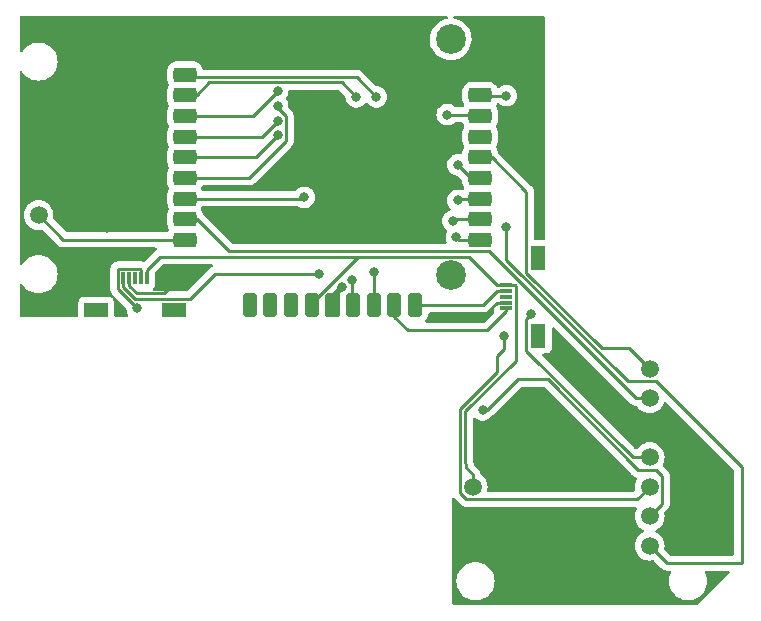
<source format=gbr>
%TF.GenerationSoftware,KiCad,Pcbnew,(6.0.5)*%
%TF.CreationDate,2022-06-15T00:03:33-05:00*%
%TF.ProjectId,GBOYFrontController,47424f59-4672-46f6-9e74-436f6e74726f,rev?*%
%TF.SameCoordinates,Original*%
%TF.FileFunction,Copper,L1,Top*%
%TF.FilePolarity,Positive*%
%FSLAX46Y46*%
G04 Gerber Fmt 4.6, Leading zero omitted, Abs format (unit mm)*
G04 Created by KiCad (PCBNEW (6.0.5)) date 2022-06-15 00:03:33*
%MOMM*%
%LPD*%
G01*
G04 APERTURE LIST*
G04 Aperture macros list*
%AMRoundRect*
0 Rectangle with rounded corners*
0 $1 Rounding radius*
0 $2 $3 $4 $5 $6 $7 $8 $9 X,Y pos of 4 corners*
0 Add a 4 corners polygon primitive as box body*
4,1,4,$2,$3,$4,$5,$6,$7,$8,$9,$2,$3,0*
0 Add four circle primitives for the rounded corners*
1,1,$1+$1,$2,$3*
1,1,$1+$1,$4,$5*
1,1,$1+$1,$6,$7*
1,1,$1+$1,$8,$9*
0 Add four rect primitives between the rounded corners*
20,1,$1+$1,$2,$3,$4,$5,0*
20,1,$1+$1,$4,$5,$6,$7,0*
20,1,$1+$1,$6,$7,$8,$9,0*
20,1,$1+$1,$8,$9,$2,$3,0*%
G04 Aperture macros list end*
%TA.AperFunction,SMDPad,CuDef*%
%ADD10R,1.000000X0.300000*%
%TD*%
%TA.AperFunction,SMDPad,CuDef*%
%ADD11R,1.300000X2.000000*%
%TD*%
%TA.AperFunction,SMDPad,CuDef*%
%ADD12R,0.300000X1.000000*%
%TD*%
%TA.AperFunction,SMDPad,CuDef*%
%ADD13R,2.000000X1.300000*%
%TD*%
%TA.AperFunction,SMDPad,CuDef*%
%ADD14C,1.500000*%
%TD*%
%TA.AperFunction,WasherPad*%
%ADD15C,2.520000*%
%TD*%
%TA.AperFunction,SMDPad,CuDef*%
%ADD16RoundRect,0.312500X0.687500X0.312500X-0.687500X0.312500X-0.687500X-0.312500X0.687500X-0.312500X0*%
%TD*%
%TA.AperFunction,SMDPad,CuDef*%
%ADD17RoundRect,0.312500X-0.312500X0.687500X-0.312500X-0.687500X0.312500X-0.687500X0.312500X0.687500X0*%
%TD*%
%TA.AperFunction,ViaPad*%
%ADD18C,0.800000*%
%TD*%
%TA.AperFunction,Conductor*%
%ADD19C,0.250000*%
%TD*%
G04 APERTURE END LIST*
D10*
%TO.P,J1,1*%
%TO.N,Net-(J1-Pad1)*%
X55090000Y-124410000D03*
%TO.P,J1,2*%
%TO.N,GND*%
X55090000Y-123910000D03*
%TO.P,J1,3*%
%TO.N,Net-(J1-Pad3)*%
X55090000Y-123410000D03*
%TO.P,J1,4*%
%TO.N,Net-(J1-Pad4)*%
X55090000Y-122910000D03*
%TO.P,J1,5*%
%TO.N,3.3v*%
X55090000Y-122410000D03*
D11*
%TO.P,J1,6*%
%TO.N,N/C*%
X57790000Y-126710000D03*
%TO.P,J1,7*%
X57790000Y-120110000D03*
%TD*%
D12*
%TO.P,J2,1*%
%TO.N,Net-(J2-Pad1)*%
X22690000Y-121860000D03*
%TO.P,J2,2*%
%TO.N,GND*%
X23190000Y-121860000D03*
%TO.P,J2,3*%
%TO.N,Net-(J2-Pad3)*%
X23690000Y-121860000D03*
%TO.P,J2,4*%
%TO.N,Net-(J2-Pad4)*%
X24190000Y-121860000D03*
%TO.P,J2,5*%
%TO.N,3.3v*%
X24690000Y-121860000D03*
D13*
%TO.P,J2,6*%
%TO.N,N/C*%
X20390000Y-124560000D03*
%TO.P,J2,7*%
X26990000Y-124560000D03*
%TD*%
D14*
%TO.P,TP1,1*%
%TO.N,Net-(TP1-Pad1)*%
X15500000Y-116500000D03*
%TD*%
%TO.P,TP2,1*%
%TO.N,Net-(TP2-Pad1)*%
X67250000Y-144500000D03*
%TD*%
%TO.P,TP3,1*%
%TO.N,Net-(TP3-Pad1)*%
X67250000Y-142000000D03*
%TD*%
%TO.P,TP5,1*%
%TO.N,Net-(TP5-Pad1)*%
X67250000Y-137000000D03*
%TD*%
%TO.P,TP6,1*%
%TO.N,Net-(TP6-Pad1)*%
X67250000Y-132000000D03*
%TD*%
%TO.P,TP8,1*%
%TO.N,GND*%
X67250000Y-134500000D03*
%TD*%
D15*
%TO.P,U1,*%
%TO.N,*%
X50390000Y-101610000D03*
X50390000Y-121610000D03*
D16*
%TO.P,U1,1*%
%TO.N,A*%
X52890000Y-118600000D03*
%TO.P,U1,2*%
%TO.N,B*%
X52890000Y-116850000D03*
%TO.P,U1,3*%
%TO.N,X*%
X52890000Y-115100000D03*
%TO.P,U1,4*%
%TO.N,Y*%
X52890000Y-113350000D03*
%TO.P,U1,5*%
%TO.N,Net-(TP7-Pad1)*%
X52890000Y-111600000D03*
%TO.P,U1,6*%
%TO.N,Net-(U1-Pad6)*%
X52890000Y-109850000D03*
%TO.P,U1,7*%
%TO.N,Net-(TP3-Pad1)*%
X52890000Y-108100000D03*
%TO.P,U1,8*%
%TO.N,Net-(TP2-Pad1)*%
X52890000Y-106350000D03*
%TO.P,U1,9*%
%TO.N,GND*%
X52890000Y-104600000D03*
D17*
X40380000Y-124110000D03*
%TO.P,U1,10*%
%TO.N,3.3v*%
X38630000Y-124110000D03*
D16*
%TO.P,U1,12*%
%TO.N,Net-(TP4-Pad1)*%
X27890000Y-104600000D03*
%TO.P,U1,13*%
%TO.N,Net-(TP5-Pad1)*%
X27890000Y-106350000D03*
%TO.P,U1,14*%
%TO.N,U*%
X27890000Y-108100000D03*
%TO.P,U1,15*%
%TO.N,D*%
X27890000Y-109850000D03*
%TO.P,U1,16*%
%TO.N,R*%
X27890000Y-111600000D03*
%TO.P,U1,17*%
%TO.N,L*%
X27890000Y-113350000D03*
%TO.P,U1,18*%
%TO.N,S*%
X27890000Y-115100000D03*
%TO.P,U1,19*%
%TO.N,Net-(TP6-Pad1)*%
X27890000Y-116850000D03*
%TO.P,U1,20*%
%TO.N,Net-(TP1-Pad1)*%
X27890000Y-118600000D03*
D17*
%TO.P,U1,21*%
%TO.N,Net-(U1-Pad21)*%
X33380000Y-124110000D03*
%TO.P,U1,22*%
%TO.N,Net-(U1-Pad22)*%
X35130000Y-124110000D03*
%TO.P,U1,23*%
%TO.N,Net-(U1-Pad23)*%
X36880000Y-124110000D03*
%TO.P,U1,24*%
%TO.N,Net-(J2-Pad1)*%
X42130000Y-124110000D03*
%TO.P,U1,25*%
%TO.N,Net-(J2-Pad4)*%
X43880000Y-124110000D03*
%TO.P,U1,26*%
%TO.N,Net-(J1-Pad1)*%
X45630000Y-124110000D03*
%TO.P,U1,27*%
%TO.N,Net-(J1-Pad4)*%
X47380000Y-124110000D03*
%TD*%
D14*
%TO.P,TP7,1*%
%TO.N,Net-(TP7-Pad1)*%
X67250000Y-129500000D03*
%TD*%
%TO.P,TP10,1*%
%TO.N,3.3v*%
X52250000Y-139500000D03*
%TD*%
%TO.P,TP4,1*%
%TO.N,Net-(TP4-Pad1)*%
X67250000Y-139500000D03*
%TD*%
%TO.P,TP9,1*%
%TO.N,GND*%
X52250000Y-142000000D03*
%TD*%
D18*
%TO.N,GND*%
X62700000Y-136400000D03*
X60100000Y-141700000D03*
X20600000Y-113000000D03*
X72250000Y-140000000D03*
X21700000Y-115300000D03*
X53000000Y-125250000D03*
X41200000Y-122600000D03*
X42400000Y-108200000D03*
X24400000Y-109400000D03*
X60500000Y-128500000D03*
X35500000Y-113250000D03*
X28100000Y-121600000D03*
X21300000Y-117600000D03*
X64750000Y-146500000D03*
X55900000Y-132400000D03*
X69750000Y-134500000D03*
X58000000Y-139500000D03*
X21250000Y-103750000D03*
%TO.N,Net-(J2-Pad4)*%
X43900000Y-121300000D03*
X23843590Y-124400000D03*
%TO.N,Net-(J2-Pad1)*%
X39250000Y-121500000D03*
X42000000Y-122000000D03*
%TO.N,Net-(TP2-Pad1)*%
X55100000Y-106400000D03*
X55100000Y-117500000D03*
%TO.N,Net-(TP3-Pad1)*%
X50100000Y-108000000D03*
X53100000Y-133000000D03*
%TO.N,Net-(TP4-Pad1)*%
X54900000Y-126700000D03*
X44100000Y-106500000D03*
%TO.N,Net-(TP5-Pad1)*%
X42400000Y-106500000D03*
X57200000Y-124900000D03*
%TO.N,S*%
X38000000Y-115000000D03*
%TO.N,L*%
X35750000Y-107250000D03*
%TO.N,R*%
X35750000Y-109750000D03*
%TO.N,D*%
X35750000Y-108500000D03*
%TO.N,U*%
X35750000Y-106000000D03*
%TO.N,Y*%
X51000000Y-112250000D03*
%TO.N,X*%
X51000000Y-115250000D03*
%TO.N,B*%
X50573002Y-117000000D03*
%TO.N,A*%
X50875000Y-118375000D03*
%TD*%
D19*
%TO.N,3.3v*%
X52250000Y-139500000D02*
X52250000Y-138439340D01*
X24690000Y-121110000D02*
X25775001Y-120024999D01*
X51625009Y-137525009D02*
X51625009Y-133120403D01*
X42563425Y-120024999D02*
X38630000Y-123958424D01*
X43475001Y-120024999D02*
X42563425Y-120024999D01*
X51710660Y-137610660D02*
X51625009Y-137525009D01*
X24690000Y-121860000D02*
X24690000Y-121110000D01*
X54340000Y-122410000D02*
X51954999Y-120024999D01*
X55825002Y-122410000D02*
X55090000Y-122410000D01*
X38630000Y-123958424D02*
X38630000Y-124110000D01*
X51625009Y-133120403D02*
X55915001Y-128830411D01*
X55090000Y-122410000D02*
X54340000Y-122410000D01*
X55915001Y-128830411D02*
X55915001Y-122499999D01*
X51954999Y-120024999D02*
X43475001Y-120024999D01*
X51710660Y-137900000D02*
X51710660Y-137610660D01*
X52250000Y-138439340D02*
X51710660Y-137900000D01*
X55915001Y-122499999D02*
X55825002Y-122410000D01*
X25775001Y-120024999D02*
X43475001Y-120024999D01*
%TO.N,Net-(J1-Pad4)*%
X55090000Y-122910000D02*
X54354998Y-122910000D01*
X54354998Y-122910000D02*
X53154998Y-124110000D01*
X53154998Y-124110000D02*
X47380000Y-124110000D01*
%TO.N,GND*%
X23851399Y-123134989D02*
X23190000Y-122473590D01*
X23190000Y-122473590D02*
X23190000Y-121860000D01*
X67250000Y-134500000D02*
X69750000Y-134500000D01*
X23851399Y-123134989D02*
X26115011Y-123134989D01*
X54340000Y-123910000D02*
X53000000Y-125250000D01*
X27950000Y-121750000D02*
X28100000Y-121600000D01*
X55090000Y-123910000D02*
X54340000Y-123910000D01*
X27500000Y-121750000D02*
X27950000Y-121750000D01*
X27500000Y-121750000D02*
X26115011Y-123134989D01*
%TO.N,Net-(J1-Pad1)*%
X45630000Y-125110000D02*
X45630000Y-124110000D01*
X55090000Y-124410000D02*
X55090000Y-124660000D01*
X46770000Y-126250000D02*
X45630000Y-125110000D01*
X55090000Y-124660000D02*
X53500000Y-126250000D01*
X53500000Y-126250000D02*
X46770000Y-126250000D01*
%TO.N,Net-(J2-Pad4)*%
X24190000Y-121860000D02*
X24190000Y-121124998D01*
X24100001Y-121034999D02*
X22279999Y-121034999D01*
X43880000Y-124110000D02*
X43880000Y-121320000D01*
X22214999Y-121099999D02*
X22214999Y-122771409D01*
X24190000Y-121124998D02*
X24100001Y-121034999D01*
X43880000Y-121320000D02*
X43900000Y-121300000D01*
X22279999Y-121034999D02*
X22214999Y-121099999D01*
X22214999Y-122771409D02*
X23843590Y-124400000D01*
%TO.N,Net-(J2-Pad1)*%
X22690000Y-121860000D02*
X22690000Y-122610000D01*
X28334999Y-123584999D02*
X30419998Y-121500000D01*
X42000000Y-123980000D02*
X42130000Y-124110000D01*
X42000000Y-122000000D02*
X42000000Y-123980000D01*
X23664999Y-123584999D02*
X28334999Y-123584999D01*
X22690000Y-122610000D02*
X23664999Y-123584999D01*
X30419998Y-121500000D02*
X39250000Y-121500000D01*
%TO.N,Net-(TP1-Pad1)*%
X27890000Y-118600000D02*
X17600000Y-118600000D01*
X17600000Y-118600000D02*
X15500000Y-116500000D01*
%TO.N,Net-(TP2-Pad1)*%
X52940000Y-106400000D02*
X52890000Y-106350000D01*
X67766001Y-130575001D02*
X65383589Y-130575001D01*
X75039990Y-145965022D02*
X75039990Y-137848990D01*
X55100000Y-106400000D02*
X52940000Y-106400000D01*
X55100000Y-120291412D02*
X55100000Y-117500000D01*
X75039990Y-137848990D02*
X67766001Y-130575001D01*
X67250000Y-144500000D02*
X68715022Y-145965022D01*
X65383589Y-130575001D02*
X55100000Y-120291412D01*
X68715022Y-145965022D02*
X75039990Y-145965022D01*
%TO.N,Net-(TP3-Pad1)*%
X67250000Y-142000000D02*
X68325001Y-140924999D01*
X53100000Y-133000000D02*
X53500000Y-133000000D01*
X68325001Y-140924999D02*
X68325001Y-138634001D01*
X52790000Y-108000000D02*
X52890000Y-108100000D01*
X67766001Y-138075001D02*
X66283589Y-138075001D01*
X58608588Y-130400000D02*
X56100000Y-130400000D01*
X66283589Y-138075001D02*
X58608588Y-130400000D01*
X50100000Y-108000000D02*
X52790000Y-108000000D01*
X53500000Y-133000000D02*
X56100000Y-130400000D01*
X68325001Y-138634001D02*
X67766001Y-138075001D01*
%TO.N,Net-(TP4-Pad1)*%
X28114989Y-104824989D02*
X27890000Y-104600000D01*
X42424989Y-104824989D02*
X28114989Y-104824989D01*
X51733999Y-140575001D02*
X51174999Y-140016001D01*
X51174999Y-140016001D02*
X51174999Y-132934003D01*
X54900000Y-127800000D02*
X54900000Y-126700000D01*
X44100000Y-106500000D02*
X42424989Y-104824989D01*
X54300000Y-128400000D02*
X54900000Y-127800000D01*
X51174999Y-132934003D02*
X54300000Y-129809002D01*
X66174999Y-140575001D02*
X51733999Y-140575001D01*
X67250000Y-139500000D02*
X66174999Y-140575001D01*
X54300000Y-129809002D02*
X54300000Y-128400000D01*
%TO.N,Net-(TP5-Pad1)*%
X65844998Y-137000000D02*
X56814999Y-127970001D01*
X67250000Y-137000000D02*
X65844998Y-137000000D01*
X28890000Y-106350000D02*
X27890000Y-106350000D01*
X56814999Y-127970001D02*
X56814999Y-125285001D01*
X42400000Y-106500000D02*
X41174999Y-105274999D01*
X41174999Y-105274999D02*
X29965001Y-105274999D01*
X56814999Y-125285001D02*
X57200000Y-124900000D01*
X29965001Y-105274999D02*
X28890000Y-106350000D01*
%TO.N,Net-(TP6-Pad1)*%
X53626402Y-119574990D02*
X31614990Y-119574990D01*
X28890000Y-116850000D02*
X27890000Y-116850000D01*
X66051412Y-132000000D02*
X53626402Y-119574990D01*
X31614990Y-119574990D02*
X28890000Y-116850000D01*
X67250000Y-132000000D02*
X66051412Y-132000000D01*
%TO.N,Net-(TP7-Pad1)*%
X53890000Y-111600000D02*
X52890000Y-111600000D01*
X63219997Y-127774999D02*
X56814999Y-121370001D01*
X56814999Y-114524999D02*
X53890000Y-111600000D01*
X65524999Y-127774999D02*
X63219997Y-127774999D01*
X67250000Y-129500000D02*
X65524999Y-127774999D01*
X56814999Y-121370001D02*
X56814999Y-114524999D01*
%TO.N,S*%
X27890000Y-115100000D02*
X37900000Y-115100000D01*
X37900000Y-115100000D02*
X38000000Y-115000000D01*
%TO.N,L*%
X36475001Y-108151999D02*
X36475001Y-110201997D01*
X35750000Y-107426998D02*
X36475001Y-108151999D01*
X35750000Y-107250000D02*
X35750000Y-107426998D01*
X36475001Y-110201997D02*
X33326998Y-113350000D01*
X33326998Y-113350000D02*
X27890000Y-113350000D01*
%TO.N,R*%
X35750000Y-109750000D02*
X33900000Y-111600000D01*
X33900000Y-111600000D02*
X27890000Y-111600000D01*
%TO.N,D*%
X35750000Y-108500000D02*
X34400000Y-109850000D01*
X34400000Y-109850000D02*
X27890000Y-109850000D01*
%TO.N,U*%
X27890000Y-108100000D02*
X33650000Y-108100000D01*
X33650000Y-108100000D02*
X35750000Y-106000000D01*
%TO.N,Y*%
X52100000Y-113350000D02*
X51000000Y-112250000D01*
X52890000Y-113350000D02*
X52100000Y-113350000D01*
%TO.N,X*%
X51150000Y-115100000D02*
X51000000Y-115250000D01*
X52890000Y-115100000D02*
X51150000Y-115100000D01*
%TO.N,B*%
X50723002Y-116850000D02*
X50573002Y-117000000D01*
X52890000Y-116850000D02*
X50723002Y-116850000D01*
%TO.N,A*%
X52890000Y-118600000D02*
X51100000Y-118600000D01*
X51100000Y-118600000D02*
X50875000Y-118375000D01*
%TD*%
%TA.AperFunction,Conductor*%
%TO.N,GND*%
G36*
X50714816Y-140457484D02*
G01*
X50743604Y-140481300D01*
X50752383Y-140489289D01*
X51230342Y-140967248D01*
X51237886Y-140975538D01*
X51241999Y-140982019D01*
X51247776Y-140987444D01*
X51291666Y-141028659D01*
X51294508Y-141031414D01*
X51314229Y-141051135D01*
X51317420Y-141053610D01*
X51326446Y-141061319D01*
X51358678Y-141091587D01*
X51365627Y-141095407D01*
X51376431Y-141101347D01*
X51392955Y-141112200D01*
X51408958Y-141124614D01*
X51449542Y-141142177D01*
X51460172Y-141147384D01*
X51498939Y-141168696D01*
X51506616Y-141170667D01*
X51506621Y-141170669D01*
X51518557Y-141173733D01*
X51537265Y-141180138D01*
X51555854Y-141188182D01*
X51563679Y-141189421D01*
X51563681Y-141189422D01*
X51599518Y-141195098D01*
X51611139Y-141197505D01*
X51643589Y-141205836D01*
X51653969Y-141208501D01*
X51674230Y-141208501D01*
X51693939Y-141210052D01*
X51713942Y-141213220D01*
X51721834Y-141212474D01*
X51727061Y-141211980D01*
X51757953Y-141209060D01*
X51769810Y-141208501D01*
X66032701Y-141208501D01*
X66100822Y-141228503D01*
X66147315Y-141282159D01*
X66157419Y-141352433D01*
X66146896Y-141387750D01*
X66062880Y-141567924D01*
X66005885Y-141780629D01*
X65986693Y-142000000D01*
X66005885Y-142219371D01*
X66062880Y-142432076D01*
X66065205Y-142437061D01*
X66153618Y-142626666D01*
X66153621Y-142626671D01*
X66155944Y-142631653D01*
X66282251Y-142812038D01*
X66437962Y-142967749D01*
X66618346Y-143094056D01*
X66623331Y-143096380D01*
X66623337Y-143096384D01*
X66707877Y-143135805D01*
X66761163Y-143182722D01*
X66780624Y-143250999D01*
X66760082Y-143318959D01*
X66707878Y-143364195D01*
X66623334Y-143403618D01*
X66623329Y-143403621D01*
X66618347Y-143405944D01*
X66613840Y-143409100D01*
X66613838Y-143409101D01*
X66442473Y-143529092D01*
X66442470Y-143529094D01*
X66437962Y-143532251D01*
X66282251Y-143687962D01*
X66155944Y-143868347D01*
X66153621Y-143873329D01*
X66153618Y-143873334D01*
X66106415Y-143974562D01*
X66062880Y-144067924D01*
X66005885Y-144280629D01*
X65986693Y-144500000D01*
X66005885Y-144719371D01*
X66062880Y-144932076D01*
X66065205Y-144937061D01*
X66153618Y-145126666D01*
X66153621Y-145126671D01*
X66155944Y-145131653D01*
X66159100Y-145136160D01*
X66159101Y-145136162D01*
X66270053Y-145294617D01*
X66282251Y-145312038D01*
X66437962Y-145467749D01*
X66618346Y-145594056D01*
X66817924Y-145687120D01*
X67030629Y-145744115D01*
X67250000Y-145763307D01*
X67469371Y-145744115D01*
X67484556Y-145740046D01*
X67500717Y-145735716D01*
X67571694Y-145737406D01*
X67622423Y-145768328D01*
X68211370Y-146357275D01*
X68218910Y-146365561D01*
X68223022Y-146372040D01*
X68228799Y-146377465D01*
X68272673Y-146418665D01*
X68275515Y-146421420D01*
X68295252Y-146441157D01*
X68298449Y-146443637D01*
X68307469Y-146451340D01*
X68339701Y-146481608D01*
X68346647Y-146485427D01*
X68346650Y-146485429D01*
X68357456Y-146491370D01*
X68373975Y-146502221D01*
X68389981Y-146514636D01*
X68397250Y-146517781D01*
X68397254Y-146517784D01*
X68430559Y-146532196D01*
X68441209Y-146537413D01*
X68479962Y-146558717D01*
X68487637Y-146560688D01*
X68487638Y-146560688D01*
X68499584Y-146563755D01*
X68518289Y-146570159D01*
X68536877Y-146578203D01*
X68544700Y-146579442D01*
X68544710Y-146579445D01*
X68580546Y-146585121D01*
X68592166Y-146587527D01*
X68627311Y-146596550D01*
X68634992Y-146598522D01*
X68655246Y-146598522D01*
X68674956Y-146600073D01*
X68694965Y-146603242D01*
X68702857Y-146602496D01*
X68738983Y-146599081D01*
X68750841Y-146598522D01*
X68943804Y-146598522D01*
X69011925Y-146618524D01*
X69058418Y-146672180D01*
X69068522Y-146742454D01*
X69060214Y-146772738D01*
X68965495Y-147001409D01*
X68906391Y-147247597D01*
X68886526Y-147500000D01*
X68906391Y-147752403D01*
X68965495Y-147998591D01*
X69062384Y-148232502D01*
X69194672Y-148448376D01*
X69359102Y-148640898D01*
X69551624Y-148805328D01*
X69767498Y-148937616D01*
X69772068Y-148939509D01*
X69772072Y-148939511D01*
X69996836Y-149032611D01*
X70001409Y-149034505D01*
X70086032Y-149054821D01*
X70242784Y-149092454D01*
X70242790Y-149092455D01*
X70247597Y-149093609D01*
X70347416Y-149101465D01*
X70434345Y-149108307D01*
X70434352Y-149108307D01*
X70436801Y-149108500D01*
X70563199Y-149108500D01*
X70565648Y-149108307D01*
X70565655Y-149108307D01*
X70652584Y-149101465D01*
X70752403Y-149093609D01*
X70757210Y-149092455D01*
X70757216Y-149092454D01*
X70913968Y-149054821D01*
X70998591Y-149034505D01*
X71003164Y-149032611D01*
X71227928Y-148939511D01*
X71227932Y-148939509D01*
X71232502Y-148937616D01*
X71448376Y-148805328D01*
X71640898Y-148640898D01*
X71805328Y-148448376D01*
X71937616Y-148232502D01*
X72034505Y-147998591D01*
X72093609Y-147752403D01*
X72113474Y-147500000D01*
X72093609Y-147247597D01*
X72034505Y-147001409D01*
X71939787Y-146772739D01*
X71932198Y-146702150D01*
X71963977Y-146638663D01*
X72025035Y-146602436D01*
X72056196Y-146598522D01*
X73878161Y-146598522D01*
X73946282Y-146618524D01*
X73992775Y-146672180D01*
X74002879Y-146742454D01*
X73973385Y-146807034D01*
X73967256Y-146813617D01*
X71326278Y-149454595D01*
X71263966Y-149488621D01*
X71237183Y-149491500D01*
X50634500Y-149491500D01*
X50566379Y-149471498D01*
X50519886Y-149417842D01*
X50508500Y-149365500D01*
X50508500Y-147500000D01*
X50886526Y-147500000D01*
X50906391Y-147752403D01*
X50965495Y-147998591D01*
X51062384Y-148232502D01*
X51194672Y-148448376D01*
X51359102Y-148640898D01*
X51551624Y-148805328D01*
X51767498Y-148937616D01*
X51772068Y-148939509D01*
X51772072Y-148939511D01*
X51996836Y-149032611D01*
X52001409Y-149034505D01*
X52086032Y-149054821D01*
X52242784Y-149092454D01*
X52242790Y-149092455D01*
X52247597Y-149093609D01*
X52347416Y-149101465D01*
X52434345Y-149108307D01*
X52434352Y-149108307D01*
X52436801Y-149108500D01*
X52563199Y-149108500D01*
X52565648Y-149108307D01*
X52565655Y-149108307D01*
X52652584Y-149101465D01*
X52752403Y-149093609D01*
X52757210Y-149092455D01*
X52757216Y-149092454D01*
X52913968Y-149054821D01*
X52998591Y-149034505D01*
X53003164Y-149032611D01*
X53227928Y-148939511D01*
X53227932Y-148939509D01*
X53232502Y-148937616D01*
X53448376Y-148805328D01*
X53640898Y-148640898D01*
X53805328Y-148448376D01*
X53937616Y-148232502D01*
X54034505Y-147998591D01*
X54093609Y-147752403D01*
X54113474Y-147500000D01*
X54093609Y-147247597D01*
X54034505Y-147001409D01*
X53956719Y-146813617D01*
X53939511Y-146772072D01*
X53939509Y-146772068D01*
X53937616Y-146767498D01*
X53805328Y-146551624D01*
X53640898Y-146359102D01*
X53448376Y-146194672D01*
X53232502Y-146062384D01*
X53227932Y-146060491D01*
X53227928Y-146060489D01*
X53003164Y-145967389D01*
X53003162Y-145967388D01*
X52998591Y-145965495D01*
X52913968Y-145945179D01*
X52757216Y-145907546D01*
X52757210Y-145907545D01*
X52752403Y-145906391D01*
X52652584Y-145898535D01*
X52565655Y-145891693D01*
X52565648Y-145891693D01*
X52563199Y-145891500D01*
X52436801Y-145891500D01*
X52434352Y-145891693D01*
X52434345Y-145891693D01*
X52347416Y-145898535D01*
X52247597Y-145906391D01*
X52242790Y-145907545D01*
X52242784Y-145907546D01*
X52086032Y-145945179D01*
X52001409Y-145965495D01*
X51996838Y-145967388D01*
X51996836Y-145967389D01*
X51772072Y-146060489D01*
X51772068Y-146060491D01*
X51767498Y-146062384D01*
X51551624Y-146194672D01*
X51359102Y-146359102D01*
X51194672Y-146551624D01*
X51062384Y-146767498D01*
X51060491Y-146772068D01*
X51060489Y-146772072D01*
X51043281Y-146813617D01*
X50965495Y-147001409D01*
X50906391Y-147247597D01*
X50886526Y-147500000D01*
X50508500Y-147500000D01*
X50508500Y-140554568D01*
X50528502Y-140486447D01*
X50582158Y-140439954D01*
X50652432Y-140429850D01*
X50714816Y-140457484D01*
G37*
%TD.AperFunction*%
%TA.AperFunction,Conductor*%
G36*
X59157012Y-126001958D02*
G01*
X59163595Y-126008087D01*
X65547755Y-132392247D01*
X65555299Y-132400537D01*
X65559412Y-132407018D01*
X65565189Y-132412443D01*
X65609079Y-132453658D01*
X65611921Y-132456413D01*
X65631643Y-132476135D01*
X65634767Y-132478558D01*
X65634771Y-132478562D01*
X65634836Y-132478612D01*
X65643857Y-132486317D01*
X65676091Y-132516586D01*
X65683039Y-132520405D01*
X65683041Y-132520407D01*
X65693844Y-132526346D01*
X65710371Y-132537202D01*
X65720110Y-132544757D01*
X65720112Y-132544758D01*
X65726372Y-132549614D01*
X65766952Y-132567174D01*
X65777600Y-132572391D01*
X65816352Y-132593695D01*
X65824028Y-132595666D01*
X65824031Y-132595667D01*
X65835974Y-132598733D01*
X65854679Y-132605137D01*
X65873267Y-132613181D01*
X65881090Y-132614420D01*
X65881100Y-132614423D01*
X65916936Y-132620099D01*
X65928556Y-132622505D01*
X65963701Y-132631528D01*
X65971382Y-132633500D01*
X65991636Y-132633500D01*
X66011346Y-132635051D01*
X66031355Y-132638220D01*
X66039247Y-132637474D01*
X66075373Y-132634059D01*
X66087231Y-132633500D01*
X66091646Y-132633500D01*
X66159767Y-132653502D01*
X66194858Y-132687228D01*
X66282251Y-132812038D01*
X66437962Y-132967749D01*
X66618346Y-133094056D01*
X66817924Y-133187120D01*
X67030629Y-133244115D01*
X67250000Y-133263307D01*
X67469371Y-133244115D01*
X67682076Y-133187120D01*
X67881654Y-133094056D01*
X68062038Y-132967749D01*
X68217749Y-132812038D01*
X68305142Y-132687229D01*
X68340899Y-132636162D01*
X68340900Y-132636160D01*
X68344056Y-132631653D01*
X68346379Y-132626671D01*
X68346382Y-132626666D01*
X68400243Y-132511159D01*
X68437120Y-132432076D01*
X68438542Y-132426769D01*
X68438546Y-132426758D01*
X68441931Y-132414123D01*
X68478881Y-132353499D01*
X68542742Y-132322477D01*
X68613236Y-132330904D01*
X68652733Y-132357637D01*
X74369585Y-138074490D01*
X74403611Y-138136802D01*
X74406490Y-138163585D01*
X74406490Y-145205522D01*
X74386488Y-145273643D01*
X74332832Y-145320136D01*
X74280490Y-145331522D01*
X69029617Y-145331522D01*
X68961496Y-145311520D01*
X68940521Y-145294617D01*
X68518327Y-144872422D01*
X68484302Y-144810110D01*
X68485716Y-144750715D01*
X68492692Y-144724681D01*
X68494115Y-144719371D01*
X68513307Y-144500000D01*
X68494115Y-144280629D01*
X68437120Y-144067924D01*
X68393585Y-143974562D01*
X68346382Y-143873334D01*
X68346379Y-143873329D01*
X68344056Y-143868347D01*
X68217749Y-143687962D01*
X68062038Y-143532251D01*
X67881654Y-143405944D01*
X67876666Y-143403618D01*
X67876663Y-143403616D01*
X67792123Y-143364195D01*
X67738837Y-143317278D01*
X67719376Y-143249001D01*
X67739918Y-143181041D01*
X67792123Y-143135805D01*
X67876663Y-143096384D01*
X67876669Y-143096380D01*
X67881654Y-143094056D01*
X68062038Y-142967749D01*
X68217749Y-142812038D01*
X68344056Y-142631653D01*
X68346379Y-142626671D01*
X68346382Y-142626666D01*
X68434795Y-142437061D01*
X68437120Y-142432076D01*
X68494115Y-142219371D01*
X68513307Y-142000000D01*
X68494115Y-141780629D01*
X68485716Y-141749283D01*
X68487406Y-141678306D01*
X68518328Y-141627577D01*
X68717254Y-141428651D01*
X68725540Y-141421111D01*
X68732019Y-141416999D01*
X68759485Y-141387751D01*
X68778644Y-141367348D01*
X68781399Y-141364506D01*
X68801136Y-141344769D01*
X68803616Y-141341572D01*
X68811321Y-141332550D01*
X68836160Y-141306099D01*
X68841587Y-141300320D01*
X68845406Y-141293374D01*
X68845408Y-141293371D01*
X68851349Y-141282565D01*
X68862200Y-141266046D01*
X68869759Y-141256300D01*
X68874615Y-141250040D01*
X68877760Y-141242771D01*
X68877763Y-141242767D01*
X68892175Y-141209462D01*
X68897392Y-141198812D01*
X68918696Y-141160059D01*
X68923734Y-141140436D01*
X68930138Y-141121733D01*
X68935034Y-141110419D01*
X68935034Y-141110418D01*
X68938182Y-141103144D01*
X68939421Y-141095321D01*
X68939424Y-141095311D01*
X68945100Y-141059475D01*
X68947506Y-141047855D01*
X68956529Y-141012710D01*
X68956529Y-141012709D01*
X68958501Y-141005029D01*
X68958501Y-140984775D01*
X68960052Y-140965064D01*
X68961981Y-140952885D01*
X68963221Y-140945056D01*
X68959060Y-140901037D01*
X68958501Y-140889180D01*
X68958501Y-138712764D01*
X68959028Y-138701580D01*
X68960702Y-138694092D01*
X68958563Y-138626033D01*
X68958501Y-138622076D01*
X68958501Y-138594145D01*
X68957995Y-138590139D01*
X68957062Y-138578293D01*
X68955923Y-138542038D01*
X68955674Y-138534111D01*
X68950023Y-138514659D01*
X68946015Y-138495307D01*
X68944469Y-138483069D01*
X68944468Y-138483067D01*
X68943475Y-138475204D01*
X68927195Y-138434087D01*
X68923360Y-138422886D01*
X68911019Y-138380407D01*
X68906986Y-138373588D01*
X68906984Y-138373583D01*
X68900708Y-138362972D01*
X68892011Y-138345222D01*
X68884553Y-138326384D01*
X68858572Y-138290624D01*
X68852054Y-138280702D01*
X68833579Y-138249461D01*
X68833575Y-138249456D01*
X68829543Y-138242638D01*
X68815219Y-138228314D01*
X68802377Y-138213279D01*
X68790473Y-138196894D01*
X68756407Y-138168712D01*
X68747628Y-138160723D01*
X68366135Y-137779230D01*
X68332109Y-137716918D01*
X68337174Y-137646103D01*
X68343832Y-137631973D01*
X68344056Y-137631653D01*
X68437120Y-137432076D01*
X68494115Y-137219371D01*
X68513307Y-137000000D01*
X68494115Y-136780629D01*
X68437120Y-136567924D01*
X68393585Y-136474562D01*
X68346382Y-136373334D01*
X68346379Y-136373329D01*
X68344056Y-136368347D01*
X68308198Y-136317136D01*
X68220908Y-136192473D01*
X68220906Y-136192470D01*
X68217749Y-136187962D01*
X68062038Y-136032251D01*
X67881654Y-135905944D01*
X67682076Y-135812880D01*
X67469371Y-135755885D01*
X67250000Y-135736693D01*
X67030629Y-135755885D01*
X66817924Y-135812880D01*
X66724562Y-135856415D01*
X66623334Y-135903618D01*
X66623329Y-135903621D01*
X66618347Y-135905944D01*
X66613840Y-135909100D01*
X66613838Y-135909101D01*
X66442473Y-136029092D01*
X66442470Y-136029094D01*
X66437962Y-136032251D01*
X66282251Y-136187962D01*
X66279094Y-136192470D01*
X66279092Y-136192473D01*
X66222841Y-136272807D01*
X66167383Y-136317136D01*
X66096764Y-136324444D01*
X66030533Y-136289631D01*
X58174498Y-128433595D01*
X58140472Y-128371283D01*
X58145537Y-128300468D01*
X58188084Y-128243632D01*
X58254604Y-128218821D01*
X58263593Y-128218500D01*
X58488134Y-128218500D01*
X58550316Y-128211745D01*
X58686705Y-128160615D01*
X58803261Y-128073261D01*
X58890615Y-127956705D01*
X58941745Y-127820316D01*
X58948500Y-127758134D01*
X58948500Y-126097182D01*
X58968502Y-126029061D01*
X59022158Y-125982568D01*
X59092432Y-125972464D01*
X59157012Y-126001958D01*
G37*
%TD.AperFunction*%
%TA.AperFunction,Conductor*%
G36*
X58362115Y-131053502D02*
G01*
X58383089Y-131070405D01*
X65779932Y-138467248D01*
X65787476Y-138475538D01*
X65791589Y-138482019D01*
X65797366Y-138487444D01*
X65841256Y-138528659D01*
X65844098Y-138531414D01*
X65863820Y-138551136D01*
X65866944Y-138553559D01*
X65866948Y-138553563D01*
X65867013Y-138553613D01*
X65876034Y-138561318D01*
X65908268Y-138591587D01*
X65915216Y-138595406D01*
X65915218Y-138595408D01*
X65926021Y-138601347D01*
X65942548Y-138612203D01*
X65952287Y-138619758D01*
X65952289Y-138619759D01*
X65958549Y-138624615D01*
X65999129Y-138642175D01*
X66009777Y-138647392D01*
X66048529Y-138668696D01*
X66056205Y-138670667D01*
X66056208Y-138670668D01*
X66068151Y-138673734D01*
X66086858Y-138680139D01*
X66099731Y-138685710D01*
X66154305Y-138731122D01*
X66175663Y-138798830D01*
X66158844Y-138864206D01*
X66155944Y-138868347D01*
X66062880Y-139067924D01*
X66005885Y-139280629D01*
X65986693Y-139500000D01*
X66005885Y-139719371D01*
X66007309Y-139724685D01*
X66014284Y-139750717D01*
X66012594Y-139821694D01*
X65981672Y-139872423D01*
X65949499Y-139904596D01*
X65887187Y-139938622D01*
X65860404Y-139941501D01*
X53598802Y-139941501D01*
X53530681Y-139921499D01*
X53484188Y-139867843D01*
X53474084Y-139797569D01*
X53477096Y-139782889D01*
X53492690Y-139724692D01*
X53492691Y-139724683D01*
X53494115Y-139719371D01*
X53513307Y-139500000D01*
X53494115Y-139280629D01*
X53437120Y-139067924D01*
X53393585Y-138974562D01*
X53346382Y-138873334D01*
X53346379Y-138873329D01*
X53344056Y-138868347D01*
X53232131Y-138708501D01*
X53220908Y-138692473D01*
X53220906Y-138692470D01*
X53217749Y-138687962D01*
X53062038Y-138532251D01*
X53057530Y-138529094D01*
X53057527Y-138529092D01*
X52934474Y-138442929D01*
X52890146Y-138387472D01*
X52883228Y-138355035D01*
X52882163Y-138355204D01*
X52880923Y-138347376D01*
X52880674Y-138339451D01*
X52878462Y-138331837D01*
X52878461Y-138331832D01*
X52875023Y-138319999D01*
X52871012Y-138300635D01*
X52869467Y-138288404D01*
X52868474Y-138280543D01*
X52865557Y-138273176D01*
X52865556Y-138273171D01*
X52852198Y-138239432D01*
X52848354Y-138228205D01*
X52844017Y-138213279D01*
X52836018Y-138185747D01*
X52825707Y-138168312D01*
X52817012Y-138150564D01*
X52809552Y-138131723D01*
X52783564Y-138095953D01*
X52777048Y-138086033D01*
X52758580Y-138054805D01*
X52758578Y-138054802D01*
X52754542Y-138047978D01*
X52740221Y-138033657D01*
X52727380Y-138018623D01*
X52720132Y-138008647D01*
X52715472Y-138002233D01*
X52681407Y-137974052D01*
X52672626Y-137966062D01*
X52381064Y-137674499D01*
X52347039Y-137612187D01*
X52344160Y-137585404D01*
X52344160Y-137570804D01*
X52343656Y-137566813D01*
X52342723Y-137554971D01*
X52341583Y-137518696D01*
X52341334Y-137510771D01*
X52339122Y-137503157D01*
X52339121Y-137503152D01*
X52335683Y-137491319D01*
X52331672Y-137471955D01*
X52330127Y-137459724D01*
X52329134Y-137451863D01*
X52326217Y-137444496D01*
X52326216Y-137444491D01*
X52312858Y-137410752D01*
X52309014Y-137399525D01*
X52298890Y-137364682D01*
X52296678Y-137357067D01*
X52286367Y-137339632D01*
X52277672Y-137321884D01*
X52270212Y-137303043D01*
X52271608Y-137302490D01*
X52258509Y-137251467D01*
X52258509Y-133751401D01*
X52278511Y-133683280D01*
X52332167Y-133636787D01*
X52402441Y-133626683D01*
X52467021Y-133656177D01*
X52478143Y-133667089D01*
X52488747Y-133678866D01*
X52643248Y-133791118D01*
X52649276Y-133793802D01*
X52649278Y-133793803D01*
X52811681Y-133866109D01*
X52817712Y-133868794D01*
X52911112Y-133888647D01*
X52998056Y-133907128D01*
X52998061Y-133907128D01*
X53004513Y-133908500D01*
X53195487Y-133908500D01*
X53201939Y-133907128D01*
X53201944Y-133907128D01*
X53288888Y-133888647D01*
X53382288Y-133868794D01*
X53388319Y-133866109D01*
X53550722Y-133793803D01*
X53550724Y-133793802D01*
X53556752Y-133791118D01*
X53711253Y-133678866D01*
X53828948Y-133548152D01*
X53858442Y-133524012D01*
X53884532Y-133508582D01*
X53884536Y-133508579D01*
X53891362Y-133504542D01*
X53905683Y-133490221D01*
X53920717Y-133477380D01*
X53930694Y-133470131D01*
X53937107Y-133465472D01*
X53965298Y-133431395D01*
X53973288Y-133422616D01*
X56325499Y-131070405D01*
X56387811Y-131036379D01*
X56414594Y-131033500D01*
X58293994Y-131033500D01*
X58362115Y-131053502D01*
G37*
%TD.AperFunction*%
%TA.AperFunction,Conductor*%
G36*
X53999532Y-124265536D02*
G01*
X54056368Y-124308083D01*
X54081179Y-124374603D01*
X54081500Y-124383592D01*
X54081500Y-124608134D01*
X54088255Y-124670316D01*
X54091029Y-124677716D01*
X54091143Y-124678195D01*
X54087442Y-124749096D01*
X54057656Y-124796439D01*
X53274500Y-125579595D01*
X53212188Y-125613621D01*
X53185405Y-125616500D01*
X48342388Y-125616500D01*
X48274267Y-125596498D01*
X48227774Y-125542842D01*
X48217670Y-125472568D01*
X48247164Y-125407988D01*
X48263780Y-125392028D01*
X48271206Y-125386100D01*
X48276708Y-125381708D01*
X48391621Y-125237760D01*
X48471786Y-125071930D01*
X48502950Y-124936944D01*
X48512020Y-124897659D01*
X48512020Y-124897656D01*
X48513220Y-124892460D01*
X48513500Y-124887604D01*
X48513500Y-124869500D01*
X48533502Y-124801379D01*
X48587158Y-124754886D01*
X48639500Y-124743500D01*
X53076231Y-124743500D01*
X53087414Y-124744027D01*
X53094907Y-124745702D01*
X53102833Y-124745453D01*
X53102834Y-124745453D01*
X53162984Y-124743562D01*
X53166943Y-124743500D01*
X53194854Y-124743500D01*
X53198789Y-124743003D01*
X53198854Y-124742995D01*
X53210691Y-124742062D01*
X53242949Y-124741048D01*
X53246968Y-124740922D01*
X53254887Y-124740673D01*
X53274341Y-124735021D01*
X53293698Y-124731013D01*
X53305928Y-124729468D01*
X53305929Y-124729468D01*
X53313795Y-124728474D01*
X53321166Y-124725555D01*
X53321168Y-124725555D01*
X53354910Y-124712196D01*
X53366140Y-124708351D01*
X53400981Y-124698229D01*
X53400982Y-124698229D01*
X53408591Y-124696018D01*
X53415410Y-124691985D01*
X53415415Y-124691983D01*
X53426026Y-124685707D01*
X53443774Y-124677012D01*
X53462615Y-124669552D01*
X53498385Y-124643564D01*
X53508305Y-124637048D01*
X53539533Y-124618580D01*
X53539536Y-124618578D01*
X53546360Y-124614542D01*
X53560681Y-124600221D01*
X53575715Y-124587380D01*
X53585692Y-124580131D01*
X53592105Y-124575472D01*
X53620296Y-124541395D01*
X53628286Y-124532616D01*
X53866405Y-124294497D01*
X53928717Y-124260471D01*
X53999532Y-124265536D01*
G37*
%TD.AperFunction*%
%TA.AperFunction,Conductor*%
G36*
X41163200Y-122425296D02*
G01*
X41220035Y-122467843D01*
X41228286Y-122480350D01*
X41260960Y-122536944D01*
X41265378Y-122541851D01*
X41265379Y-122541852D01*
X41317786Y-122600056D01*
X41348504Y-122664063D01*
X41339739Y-122734517D01*
X41302759Y-122782837D01*
X41233292Y-122838292D01*
X41118379Y-122982240D01*
X41038214Y-123148070D01*
X41036630Y-123154931D01*
X40999287Y-123316683D01*
X40996780Y-123327540D01*
X40996500Y-123332396D01*
X40996500Y-124887604D01*
X40996780Y-124892460D01*
X40997979Y-124897654D01*
X40997981Y-124897667D01*
X41009407Y-124947155D01*
X41005242Y-125018030D01*
X40963421Y-125075401D01*
X40897221Y-125101055D01*
X40886637Y-125101500D01*
X39873363Y-125101500D01*
X39805242Y-125081498D01*
X39758749Y-125027842D01*
X39748645Y-124957568D01*
X39750593Y-124947155D01*
X39762019Y-124897667D01*
X39762021Y-124897654D01*
X39763220Y-124892460D01*
X39763500Y-124887604D01*
X39763500Y-123773018D01*
X39783502Y-123704897D01*
X39800405Y-123683923D01*
X41030072Y-122454257D01*
X41092384Y-122420231D01*
X41163200Y-122425296D01*
G37*
%TD.AperFunction*%
%TA.AperFunction,Conductor*%
G36*
X50116098Y-99638502D02*
G01*
X50162591Y-99692158D01*
X50172695Y-99762432D01*
X50143201Y-99827012D01*
X50083475Y-99865396D01*
X50064968Y-99869349D01*
X50021277Y-99875295D01*
X50016787Y-99876604D01*
X50016781Y-99876605D01*
X49909479Y-99907881D01*
X49768922Y-99948850D01*
X49764675Y-99950808D01*
X49764672Y-99950809D01*
X49727944Y-99967741D01*
X49530210Y-100058898D01*
X49526301Y-100061461D01*
X49314300Y-100200454D01*
X49314295Y-100200458D01*
X49310387Y-100203020D01*
X49114280Y-100378052D01*
X48946200Y-100580147D01*
X48809836Y-100804866D01*
X48808027Y-100809180D01*
X48808025Y-100809184D01*
X48710587Y-101041551D01*
X48708187Y-101047273D01*
X48643484Y-101302042D01*
X48617149Y-101563576D01*
X48617373Y-101568243D01*
X48617373Y-101568248D01*
X48623455Y-101694853D01*
X48629760Y-101826130D01*
X48681041Y-102083936D01*
X48769865Y-102331331D01*
X48772081Y-102335455D01*
X48890497Y-102555838D01*
X48894280Y-102562879D01*
X48897075Y-102566622D01*
X48897077Y-102566625D01*
X49048762Y-102769756D01*
X49048767Y-102769762D01*
X49051554Y-102773494D01*
X49054863Y-102776774D01*
X49054868Y-102776780D01*
X49150322Y-102871404D01*
X49238231Y-102958549D01*
X49241993Y-102961307D01*
X49241996Y-102961310D01*
X49355805Y-103044758D01*
X49450210Y-103113979D01*
X49454341Y-103116153D01*
X49454342Y-103116153D01*
X49678700Y-103234193D01*
X49678706Y-103234195D01*
X49682835Y-103236368D01*
X49687243Y-103237907D01*
X49687249Y-103237910D01*
X49926579Y-103321488D01*
X49930995Y-103323030D01*
X49935588Y-103323902D01*
X50184650Y-103371188D01*
X50184653Y-103371188D01*
X50189239Y-103372059D01*
X50320566Y-103377219D01*
X50447225Y-103382196D01*
X50447231Y-103382196D01*
X50451893Y-103382379D01*
X50713187Y-103353762D01*
X50717698Y-103352574D01*
X50717700Y-103352574D01*
X50962859Y-103288029D01*
X50962861Y-103288028D01*
X50967382Y-103286838D01*
X51058718Y-103247597D01*
X51204598Y-103184922D01*
X51204600Y-103184921D01*
X51208892Y-103183077D01*
X51320553Y-103113979D01*
X51428440Y-103047217D01*
X51428444Y-103047214D01*
X51432413Y-103044758D01*
X51633034Y-102874920D01*
X51806347Y-102677294D01*
X51948546Y-102456221D01*
X52056506Y-102216559D01*
X52127856Y-101963571D01*
X52145341Y-101826130D01*
X52160631Y-101705946D01*
X52160631Y-101705942D01*
X52161029Y-101702816D01*
X52163459Y-101610000D01*
X52143979Y-101347866D01*
X52085967Y-101091491D01*
X51990698Y-100846506D01*
X51860264Y-100618294D01*
X51697531Y-100411868D01*
X51506074Y-100231764D01*
X51290098Y-100081936D01*
X51243382Y-100058898D01*
X51058535Y-99967741D01*
X51058531Y-99967740D01*
X51054349Y-99965677D01*
X50804006Y-99885542D01*
X50701586Y-99868862D01*
X50637566Y-99838170D01*
X50600302Y-99777739D01*
X50601626Y-99706754D01*
X50641116Y-99647754D01*
X50706235Y-99619470D01*
X50721839Y-99618500D01*
X58255500Y-99618500D01*
X58323621Y-99638502D01*
X58370114Y-99692158D01*
X58381500Y-99744500D01*
X58381500Y-118475500D01*
X58361498Y-118543621D01*
X58307842Y-118590114D01*
X58255500Y-118601500D01*
X57574499Y-118601500D01*
X57506378Y-118581498D01*
X57459885Y-118527842D01*
X57448499Y-118475500D01*
X57448499Y-114603766D01*
X57449026Y-114592583D01*
X57450701Y-114585090D01*
X57448561Y-114517013D01*
X57448499Y-114513054D01*
X57448499Y-114485143D01*
X57447994Y-114481143D01*
X57447061Y-114469300D01*
X57447045Y-114468774D01*
X57445672Y-114425109D01*
X57440021Y-114405657D01*
X57436013Y-114386305D01*
X57434466Y-114374062D01*
X57433473Y-114366202D01*
X57428478Y-114353585D01*
X57417199Y-114325096D01*
X57413354Y-114313869D01*
X57410373Y-114303610D01*
X57401017Y-114271406D01*
X57396983Y-114264584D01*
X57396980Y-114264578D01*
X57390705Y-114253967D01*
X57382009Y-114236217D01*
X57377471Y-114224755D01*
X57377468Y-114224750D01*
X57374551Y-114217382D01*
X57348572Y-114181624D01*
X57342056Y-114171706D01*
X57323574Y-114140456D01*
X57319541Y-114133636D01*
X57305217Y-114119312D01*
X57292375Y-114104277D01*
X57291273Y-114102760D01*
X57280471Y-114087892D01*
X57246405Y-114059710D01*
X57237626Y-114051721D01*
X54429705Y-111243800D01*
X54396029Y-111183049D01*
X54358370Y-111019931D01*
X54356786Y-111013070D01*
X54276621Y-110847240D01*
X54241789Y-110803607D01*
X54214922Y-110737894D01*
X54227849Y-110668084D01*
X54241785Y-110646398D01*
X54276621Y-110602760D01*
X54286127Y-110583097D01*
X54334273Y-110483500D01*
X54356786Y-110436930D01*
X54371705Y-110372309D01*
X54397020Y-110262659D01*
X54397020Y-110262656D01*
X54398220Y-110257460D01*
X54398500Y-110252604D01*
X54398500Y-109447396D01*
X54398220Y-109442540D01*
X54356786Y-109263070D01*
X54276621Y-109097240D01*
X54241789Y-109053607D01*
X54214922Y-108987894D01*
X54227849Y-108918084D01*
X54241785Y-108896398D01*
X54276621Y-108852760D01*
X54356786Y-108686930D01*
X54364183Y-108654890D01*
X54397020Y-108512659D01*
X54397020Y-108512656D01*
X54398220Y-108507460D01*
X54398500Y-108502604D01*
X54398500Y-107697396D01*
X54398220Y-107692540D01*
X54396875Y-107686711D01*
X54358370Y-107519931D01*
X54356786Y-107513070D01*
X54276621Y-107347240D01*
X54241789Y-107303607D01*
X54214922Y-107237894D01*
X54227849Y-107168084D01*
X54241785Y-107146398D01*
X54276621Y-107102760D01*
X54279689Y-107096413D01*
X54282244Y-107092356D01*
X54335471Y-107045372D01*
X54388864Y-107033500D01*
X54391800Y-107033500D01*
X54459921Y-107053502D01*
X54479147Y-107069843D01*
X54479420Y-107069540D01*
X54484332Y-107073963D01*
X54488747Y-107078866D01*
X54506136Y-107091500D01*
X54626385Y-107178866D01*
X54643248Y-107191118D01*
X54649276Y-107193802D01*
X54649278Y-107193803D01*
X54790245Y-107256565D01*
X54817712Y-107268794D01*
X54904479Y-107287237D01*
X54998056Y-107307128D01*
X54998061Y-107307128D01*
X55004513Y-107308500D01*
X55195487Y-107308500D01*
X55201939Y-107307128D01*
X55201944Y-107307128D01*
X55295521Y-107287237D01*
X55382288Y-107268794D01*
X55409755Y-107256565D01*
X55550722Y-107193803D01*
X55550724Y-107193802D01*
X55556752Y-107191118D01*
X55573616Y-107178866D01*
X55641102Y-107129834D01*
X55711253Y-107078866D01*
X55839040Y-106936944D01*
X55934527Y-106771556D01*
X55993542Y-106589928D01*
X56013504Y-106400000D01*
X56004052Y-106310072D01*
X55994232Y-106216635D01*
X55994232Y-106216633D01*
X55993542Y-106210072D01*
X55934527Y-106028444D01*
X55839040Y-105863056D01*
X55711253Y-105721134D01*
X55556752Y-105608882D01*
X55550724Y-105606198D01*
X55550722Y-105606197D01*
X55388319Y-105533891D01*
X55388318Y-105533891D01*
X55382288Y-105531206D01*
X55288887Y-105511353D01*
X55201944Y-105492872D01*
X55201939Y-105492872D01*
X55195487Y-105491500D01*
X55004513Y-105491500D01*
X54998061Y-105492872D01*
X54998056Y-105492872D01*
X54911113Y-105511353D01*
X54817712Y-105531206D01*
X54811682Y-105533891D01*
X54811681Y-105533891D01*
X54649278Y-105606197D01*
X54649276Y-105606198D01*
X54643248Y-105608882D01*
X54505611Y-105708882D01*
X54497998Y-105714413D01*
X54431131Y-105738271D01*
X54361979Y-105722191D01*
X54310497Y-105667316D01*
X54279688Y-105603585D01*
X54276621Y-105597240D01*
X54161708Y-105453292D01*
X54017760Y-105338379D01*
X53851930Y-105258214D01*
X53845069Y-105256630D01*
X53677659Y-105217980D01*
X53677656Y-105217980D01*
X53672460Y-105216780D01*
X53667604Y-105216500D01*
X52112396Y-105216500D01*
X52107540Y-105216780D01*
X52102344Y-105217980D01*
X52102341Y-105217980D01*
X51934931Y-105256630D01*
X51928070Y-105258214D01*
X51762240Y-105338379D01*
X51618292Y-105453292D01*
X51503379Y-105597240D01*
X51500313Y-105603583D01*
X51500312Y-105603584D01*
X51486959Y-105631206D01*
X51423214Y-105763070D01*
X51381780Y-105942540D01*
X51381500Y-105947396D01*
X51381500Y-106752604D01*
X51381780Y-106757460D01*
X51382980Y-106762656D01*
X51382980Y-106762659D01*
X51397127Y-106823935D01*
X51423214Y-106936930D01*
X51426280Y-106943272D01*
X51498350Y-107092356D01*
X51503379Y-107102760D01*
X51538211Y-107146393D01*
X51565078Y-107212106D01*
X51552151Y-107281916D01*
X51538213Y-107303604D01*
X51525833Y-107319112D01*
X51467703Y-107359869D01*
X51427365Y-107366500D01*
X50808200Y-107366500D01*
X50740079Y-107346498D01*
X50720853Y-107330157D01*
X50720580Y-107330460D01*
X50715668Y-107326037D01*
X50711253Y-107321134D01*
X50641102Y-107270166D01*
X50562094Y-107212763D01*
X50562093Y-107212762D01*
X50556752Y-107208882D01*
X50550724Y-107206198D01*
X50550722Y-107206197D01*
X50388319Y-107133891D01*
X50388318Y-107133891D01*
X50382288Y-107131206D01*
X50288888Y-107111353D01*
X50201944Y-107092872D01*
X50201939Y-107092872D01*
X50195487Y-107091500D01*
X50004513Y-107091500D01*
X49998061Y-107092872D01*
X49998056Y-107092872D01*
X49911112Y-107111353D01*
X49817712Y-107131206D01*
X49811682Y-107133891D01*
X49811681Y-107133891D01*
X49649278Y-107206197D01*
X49649276Y-107206198D01*
X49643248Y-107208882D01*
X49637907Y-107212762D01*
X49637906Y-107212763D01*
X49595690Y-107243435D01*
X49488747Y-107321134D01*
X49484326Y-107326044D01*
X49484325Y-107326045D01*
X49421933Y-107395339D01*
X49360960Y-107463056D01*
X49265473Y-107628444D01*
X49206458Y-107810072D01*
X49205768Y-107816633D01*
X49205768Y-107816635D01*
X49203526Y-107837967D01*
X49186496Y-108000000D01*
X49187186Y-108006565D01*
X49198283Y-108112143D01*
X49206458Y-108189928D01*
X49265473Y-108371556D01*
X49360960Y-108536944D01*
X49365378Y-108541851D01*
X49365379Y-108541852D01*
X49473983Y-108662469D01*
X49488747Y-108678866D01*
X49643248Y-108791118D01*
X49649276Y-108793802D01*
X49649278Y-108793803D01*
X49811681Y-108866109D01*
X49817712Y-108868794D01*
X49911113Y-108888647D01*
X49998056Y-108907128D01*
X49998061Y-108907128D01*
X50004513Y-108908500D01*
X50195487Y-108908500D01*
X50201939Y-108907128D01*
X50201944Y-108907128D01*
X50288887Y-108888647D01*
X50382288Y-108868794D01*
X50388319Y-108866109D01*
X50550722Y-108793803D01*
X50550724Y-108793802D01*
X50556752Y-108791118D01*
X50656738Y-108718474D01*
X50701409Y-108686018D01*
X50711253Y-108678866D01*
X50715668Y-108673963D01*
X50720580Y-108669540D01*
X50721705Y-108670789D01*
X50775014Y-108637949D01*
X50808200Y-108633500D01*
X51318345Y-108633500D01*
X51386466Y-108653502D01*
X51431785Y-108704661D01*
X51445997Y-108734059D01*
X51503379Y-108852760D01*
X51538211Y-108896393D01*
X51565078Y-108962106D01*
X51552151Y-109031916D01*
X51538215Y-109053602D01*
X51503379Y-109097240D01*
X51423214Y-109263070D01*
X51381780Y-109442540D01*
X51381500Y-109447396D01*
X51381500Y-110252604D01*
X51381780Y-110257460D01*
X51382980Y-110262656D01*
X51382980Y-110262659D01*
X51408295Y-110372309D01*
X51423214Y-110436930D01*
X51445727Y-110483500D01*
X51493874Y-110583097D01*
X51503379Y-110602760D01*
X51538211Y-110646393D01*
X51565078Y-110712106D01*
X51552151Y-110781916D01*
X51538215Y-110803602D01*
X51503379Y-110847240D01*
X51423214Y-111013070D01*
X51381780Y-111192540D01*
X51381500Y-111197396D01*
X51381500Y-111246697D01*
X51361498Y-111314818D01*
X51307842Y-111361311D01*
X51237568Y-111371415D01*
X51229303Y-111369943D01*
X51101953Y-111342873D01*
X51101940Y-111342872D01*
X51095487Y-111341500D01*
X50904513Y-111341500D01*
X50898061Y-111342872D01*
X50898056Y-111342872D01*
X50811310Y-111361311D01*
X50717712Y-111381206D01*
X50711682Y-111383891D01*
X50711681Y-111383891D01*
X50549278Y-111456197D01*
X50549276Y-111456198D01*
X50543248Y-111458882D01*
X50388747Y-111571134D01*
X50260960Y-111713056D01*
X50165473Y-111878444D01*
X50106458Y-112060072D01*
X50086496Y-112250000D01*
X50087186Y-112256565D01*
X50096630Y-112346415D01*
X50106458Y-112439928D01*
X50165473Y-112621556D01*
X50260960Y-112786944D01*
X50388747Y-112928866D01*
X50543248Y-113041118D01*
X50549276Y-113043802D01*
X50549278Y-113043803D01*
X50711681Y-113116109D01*
X50717712Y-113118794D01*
X50811112Y-113138647D01*
X50898056Y-113157128D01*
X50898061Y-113157128D01*
X50904513Y-113158500D01*
X50960405Y-113158500D01*
X51028526Y-113178502D01*
X51049501Y-113195405D01*
X51344596Y-113490501D01*
X51378621Y-113552813D01*
X51381500Y-113579596D01*
X51381500Y-113752604D01*
X51381780Y-113757460D01*
X51382980Y-113762656D01*
X51382980Y-113762659D01*
X51410893Y-113883564D01*
X51423214Y-113936930D01*
X51445727Y-113983500D01*
X51496192Y-114087892D01*
X51503379Y-114102760D01*
X51538211Y-114146393D01*
X51565078Y-114212106D01*
X51552151Y-114281916D01*
X51538215Y-114303602D01*
X51503379Y-114347240D01*
X51500316Y-114353575D01*
X51497142Y-114358616D01*
X51443916Y-114405600D01*
X51373737Y-114416348D01*
X51339276Y-114406578D01*
X51288323Y-114383892D01*
X51288315Y-114383889D01*
X51282288Y-114381206D01*
X51188887Y-114361353D01*
X51101944Y-114342872D01*
X51101939Y-114342872D01*
X51095487Y-114341500D01*
X50904513Y-114341500D01*
X50898061Y-114342872D01*
X50898056Y-114342872D01*
X50811113Y-114361353D01*
X50717712Y-114381206D01*
X50711682Y-114383891D01*
X50711681Y-114383891D01*
X50549278Y-114456197D01*
X50549276Y-114456198D01*
X50543248Y-114458882D01*
X50537907Y-114462762D01*
X50537906Y-114462763D01*
X50512608Y-114481143D01*
X50388747Y-114571134D01*
X50384326Y-114576044D01*
X50384325Y-114576045D01*
X50279433Y-114692540D01*
X50260960Y-114713056D01*
X50165473Y-114878444D01*
X50106458Y-115060072D01*
X50105768Y-115066633D01*
X50105768Y-115066635D01*
X50092810Y-115189928D01*
X50086496Y-115250000D01*
X50106458Y-115439928D01*
X50165473Y-115621556D01*
X50260960Y-115786944D01*
X50379039Y-115918084D01*
X50379890Y-115919029D01*
X50410607Y-115983037D01*
X50401842Y-116053490D01*
X50356379Y-116108021D01*
X50312449Y-116126586D01*
X50297172Y-116129833D01*
X50297169Y-116129834D01*
X50290714Y-116131206D01*
X50284684Y-116133891D01*
X50284683Y-116133891D01*
X50122280Y-116206197D01*
X50122278Y-116206198D01*
X50116250Y-116208882D01*
X49961749Y-116321134D01*
X49957328Y-116326044D01*
X49957327Y-116326045D01*
X49852435Y-116442540D01*
X49833962Y-116463056D01*
X49775688Y-116563990D01*
X49759013Y-116592872D01*
X49738475Y-116628444D01*
X49679460Y-116810072D01*
X49659498Y-117000000D01*
X49660188Y-117006565D01*
X49676434Y-117161134D01*
X49679460Y-117189928D01*
X49738475Y-117371556D01*
X49833962Y-117536944D01*
X49838380Y-117541851D01*
X49838381Y-117541852D01*
X49957327Y-117673955D01*
X49961749Y-117678866D01*
X50057443Y-117748392D01*
X50100797Y-117804614D01*
X50106872Y-117875351D01*
X50092501Y-117913328D01*
X50043777Y-117997721D01*
X50040473Y-118003444D01*
X49981458Y-118185072D01*
X49961496Y-118375000D01*
X49962186Y-118381565D01*
X49979219Y-118543621D01*
X49981458Y-118564928D01*
X50040473Y-118746556D01*
X50043776Y-118752278D01*
X50043777Y-118752279D01*
X50043899Y-118752490D01*
X50043932Y-118752628D01*
X50046461Y-118758307D01*
X50045422Y-118758769D01*
X50060637Y-118821485D01*
X50037417Y-118888577D01*
X49981610Y-118932464D01*
X49934780Y-118941490D01*
X31929584Y-118941490D01*
X31861463Y-118921488D01*
X31840489Y-118904585D01*
X29429705Y-116493800D01*
X29396029Y-116433049D01*
X29358370Y-116269931D01*
X29356786Y-116263070D01*
X29276621Y-116097240D01*
X29241789Y-116053607D01*
X29214922Y-115987894D01*
X29227849Y-115918084D01*
X29241785Y-115896398D01*
X29276621Y-115852760D01*
X29299873Y-115804661D01*
X29347529Y-115752036D01*
X29413313Y-115733500D01*
X37423004Y-115733500D01*
X37491125Y-115753502D01*
X37497065Y-115757564D01*
X37543248Y-115791118D01*
X37549276Y-115793802D01*
X37549278Y-115793803D01*
X37711681Y-115866109D01*
X37717712Y-115868794D01*
X37811113Y-115888647D01*
X37898056Y-115907128D01*
X37898061Y-115907128D01*
X37904513Y-115908500D01*
X38095487Y-115908500D01*
X38101939Y-115907128D01*
X38101944Y-115907128D01*
X38188887Y-115888647D01*
X38282288Y-115868794D01*
X38288319Y-115866109D01*
X38450722Y-115793803D01*
X38450724Y-115793802D01*
X38456752Y-115791118D01*
X38611253Y-115678866D01*
X38739040Y-115536944D01*
X38834527Y-115371556D01*
X38893542Y-115189928D01*
X38906501Y-115066635D01*
X38912814Y-115006565D01*
X38913504Y-115000000D01*
X38893542Y-114810072D01*
X38834527Y-114628444D01*
X38739040Y-114463056D01*
X38704873Y-114425109D01*
X38615675Y-114326045D01*
X38615674Y-114326044D01*
X38611253Y-114321134D01*
X38507063Y-114245435D01*
X38462094Y-114212763D01*
X38462093Y-114212762D01*
X38456752Y-114208882D01*
X38450724Y-114206198D01*
X38450722Y-114206197D01*
X38288319Y-114133891D01*
X38288318Y-114133891D01*
X38282288Y-114131206D01*
X38188888Y-114111353D01*
X38101944Y-114092872D01*
X38101939Y-114092872D01*
X38095487Y-114091500D01*
X37904513Y-114091500D01*
X37898061Y-114092872D01*
X37898056Y-114092872D01*
X37811112Y-114111353D01*
X37717712Y-114131206D01*
X37711682Y-114133891D01*
X37711681Y-114133891D01*
X37549278Y-114206197D01*
X37549276Y-114206198D01*
X37543248Y-114208882D01*
X37537907Y-114212762D01*
X37537906Y-114212763D01*
X37492937Y-114245435D01*
X37388747Y-114321134D01*
X37384326Y-114326044D01*
X37384325Y-114326045D01*
X37295397Y-114424810D01*
X37234951Y-114462050D01*
X37201761Y-114466500D01*
X29413313Y-114466500D01*
X29345192Y-114446498D01*
X29299873Y-114395339D01*
X29289587Y-114374062D01*
X29276621Y-114347240D01*
X29241789Y-114303607D01*
X29214922Y-114237894D01*
X29227849Y-114168084D01*
X29241785Y-114146398D01*
X29276621Y-114102760D01*
X29299873Y-114054661D01*
X29347529Y-114002036D01*
X29413313Y-113983500D01*
X33248231Y-113983500D01*
X33259414Y-113984027D01*
X33266907Y-113985702D01*
X33274833Y-113985453D01*
X33274834Y-113985453D01*
X33334984Y-113983562D01*
X33338943Y-113983500D01*
X33366854Y-113983500D01*
X33370789Y-113983003D01*
X33370854Y-113982995D01*
X33382691Y-113982062D01*
X33414949Y-113981048D01*
X33418968Y-113980922D01*
X33426887Y-113980673D01*
X33446341Y-113975021D01*
X33465698Y-113971013D01*
X33477928Y-113969468D01*
X33477929Y-113969468D01*
X33485795Y-113968474D01*
X33493166Y-113965555D01*
X33493168Y-113965555D01*
X33526910Y-113952196D01*
X33538140Y-113948351D01*
X33572981Y-113938229D01*
X33572982Y-113938229D01*
X33580591Y-113936018D01*
X33587410Y-113931985D01*
X33587415Y-113931983D01*
X33598026Y-113925707D01*
X33615774Y-113917012D01*
X33634615Y-113909552D01*
X33670385Y-113883564D01*
X33680305Y-113877048D01*
X33711533Y-113858580D01*
X33711536Y-113858578D01*
X33718360Y-113854542D01*
X33732681Y-113840221D01*
X33747715Y-113827380D01*
X33757692Y-113820131D01*
X33764105Y-113815472D01*
X33792296Y-113781395D01*
X33800286Y-113772616D01*
X36867248Y-110705654D01*
X36875538Y-110698110D01*
X36882019Y-110693997D01*
X36928660Y-110644329D01*
X36931414Y-110641488D01*
X36951136Y-110621766D01*
X36953613Y-110618573D01*
X36961318Y-110609552D01*
X36986160Y-110583097D01*
X36991587Y-110577318D01*
X36995408Y-110570368D01*
X37001347Y-110559565D01*
X37012203Y-110543038D01*
X37019758Y-110533299D01*
X37019759Y-110533297D01*
X37024615Y-110527037D01*
X37042175Y-110486457D01*
X37047392Y-110475809D01*
X37064876Y-110444006D01*
X37064877Y-110444004D01*
X37068696Y-110437057D01*
X37073734Y-110417434D01*
X37080138Y-110398731D01*
X37085034Y-110387417D01*
X37085034Y-110387416D01*
X37088182Y-110380142D01*
X37089421Y-110372319D01*
X37089424Y-110372309D01*
X37095100Y-110336473D01*
X37097506Y-110324853D01*
X37106529Y-110289708D01*
X37106529Y-110289707D01*
X37108501Y-110282027D01*
X37108501Y-110261773D01*
X37110052Y-110242062D01*
X37111981Y-110229883D01*
X37113221Y-110222054D01*
X37109060Y-110178035D01*
X37108501Y-110166178D01*
X37108501Y-108230766D01*
X37109028Y-108219583D01*
X37110703Y-108212090D01*
X37108563Y-108144013D01*
X37108501Y-108140054D01*
X37108501Y-108112143D01*
X37107996Y-108108143D01*
X37107063Y-108096300D01*
X37105923Y-108060028D01*
X37105674Y-108052109D01*
X37100023Y-108032657D01*
X37096015Y-108013305D01*
X37094468Y-108001062D01*
X37093475Y-107993202D01*
X37081540Y-107963056D01*
X37077201Y-107952096D01*
X37073356Y-107940869D01*
X37072722Y-107938686D01*
X37061019Y-107898406D01*
X37056985Y-107891584D01*
X37056982Y-107891578D01*
X37050707Y-107880967D01*
X37042011Y-107863217D01*
X37037473Y-107851755D01*
X37037470Y-107851750D01*
X37034553Y-107844382D01*
X37008574Y-107808624D01*
X37002058Y-107798706D01*
X36983576Y-107767456D01*
X36979543Y-107760636D01*
X36965219Y-107746312D01*
X36952377Y-107731277D01*
X36940473Y-107714892D01*
X36906407Y-107686710D01*
X36897628Y-107678721D01*
X36687493Y-107468586D01*
X36653467Y-107406274D01*
X36651278Y-107366320D01*
X36656436Y-107317251D01*
X36663504Y-107250000D01*
X36656028Y-107178866D01*
X36644232Y-107066635D01*
X36644232Y-107066633D01*
X36643542Y-107060072D01*
X36584527Y-106878444D01*
X36489040Y-106713056D01*
X36484620Y-106708148D01*
X36480741Y-106702808D01*
X36482080Y-106701835D01*
X36454950Y-106645304D01*
X36463713Y-106574851D01*
X36481250Y-106547562D01*
X36480741Y-106547192D01*
X36484620Y-106541852D01*
X36489040Y-106536944D01*
X36584527Y-106371556D01*
X36643542Y-106189928D01*
X36661262Y-106021328D01*
X36688275Y-105955672D01*
X36746497Y-105915042D01*
X36786572Y-105908499D01*
X40860405Y-105908499D01*
X40928526Y-105928501D01*
X40949500Y-105945404D01*
X41452878Y-106448782D01*
X41486904Y-106511094D01*
X41489092Y-106524703D01*
X41506458Y-106689928D01*
X41565473Y-106871556D01*
X41660960Y-107036944D01*
X41665378Y-107041851D01*
X41665379Y-107041852D01*
X41779039Y-107168084D01*
X41788747Y-107178866D01*
X41834498Y-107212106D01*
X41930583Y-107281916D01*
X41943248Y-107291118D01*
X41949276Y-107293802D01*
X41949278Y-107293803D01*
X42097666Y-107359869D01*
X42117712Y-107368794D01*
X42211113Y-107388647D01*
X42298056Y-107407128D01*
X42298061Y-107407128D01*
X42304513Y-107408500D01*
X42495487Y-107408500D01*
X42501939Y-107407128D01*
X42501944Y-107407128D01*
X42588887Y-107388647D01*
X42682288Y-107368794D01*
X42702334Y-107359869D01*
X42850722Y-107293803D01*
X42850724Y-107293802D01*
X42856752Y-107291118D01*
X42869418Y-107281916D01*
X42965502Y-107212106D01*
X43011253Y-107178866D01*
X43020961Y-107168084D01*
X43134621Y-107041852D01*
X43134622Y-107041851D01*
X43139040Y-107036944D01*
X43142341Y-107031226D01*
X43146224Y-107025882D01*
X43147878Y-107027084D01*
X43192259Y-106984764D01*
X43261972Y-106971325D01*
X43327884Y-106997709D01*
X43352868Y-107026542D01*
X43353776Y-107025882D01*
X43357659Y-107031226D01*
X43360960Y-107036944D01*
X43365378Y-107041851D01*
X43365379Y-107041852D01*
X43479039Y-107168084D01*
X43488747Y-107178866D01*
X43534498Y-107212106D01*
X43630583Y-107281916D01*
X43643248Y-107291118D01*
X43649276Y-107293802D01*
X43649278Y-107293803D01*
X43797666Y-107359869D01*
X43817712Y-107368794D01*
X43911113Y-107388647D01*
X43998056Y-107407128D01*
X43998061Y-107407128D01*
X44004513Y-107408500D01*
X44195487Y-107408500D01*
X44201939Y-107407128D01*
X44201944Y-107407128D01*
X44288887Y-107388647D01*
X44382288Y-107368794D01*
X44402334Y-107359869D01*
X44550722Y-107293803D01*
X44550724Y-107293802D01*
X44556752Y-107291118D01*
X44569418Y-107281916D01*
X44665502Y-107212106D01*
X44711253Y-107178866D01*
X44720961Y-107168084D01*
X44834621Y-107041852D01*
X44834622Y-107041851D01*
X44839040Y-107036944D01*
X44934527Y-106871556D01*
X44993542Y-106689928D01*
X45003393Y-106596206D01*
X45012814Y-106506565D01*
X45013504Y-106500000D01*
X44993542Y-106310072D01*
X44934527Y-106128444D01*
X44839040Y-105963056D01*
X44832392Y-105955672D01*
X44715675Y-105826045D01*
X44715674Y-105826044D01*
X44711253Y-105821134D01*
X44575070Y-105722191D01*
X44562094Y-105712763D01*
X44562093Y-105712762D01*
X44556752Y-105708882D01*
X44550724Y-105706198D01*
X44550722Y-105706197D01*
X44388319Y-105633891D01*
X44388318Y-105633891D01*
X44382288Y-105631206D01*
X44288887Y-105611353D01*
X44201944Y-105592872D01*
X44201939Y-105592872D01*
X44195487Y-105591500D01*
X44139595Y-105591500D01*
X44071474Y-105571498D01*
X44050500Y-105554595D01*
X42928641Y-104432736D01*
X42921101Y-104424450D01*
X42916989Y-104417971D01*
X42910450Y-104411830D01*
X42867338Y-104371346D01*
X42864496Y-104368591D01*
X42844759Y-104348854D01*
X42841562Y-104346374D01*
X42832540Y-104338669D01*
X42806089Y-104313830D01*
X42800310Y-104308403D01*
X42793364Y-104304584D01*
X42793361Y-104304582D01*
X42782555Y-104298641D01*
X42766036Y-104287790D01*
X42765162Y-104287112D01*
X42750030Y-104275375D01*
X42742761Y-104272230D01*
X42742757Y-104272227D01*
X42709452Y-104257815D01*
X42698802Y-104252598D01*
X42660049Y-104231294D01*
X42640426Y-104226256D01*
X42621723Y-104219852D01*
X42610409Y-104214956D01*
X42610408Y-104214956D01*
X42603134Y-104211808D01*
X42595311Y-104210569D01*
X42595301Y-104210566D01*
X42559465Y-104204890D01*
X42547845Y-104202484D01*
X42512700Y-104193461D01*
X42512699Y-104193461D01*
X42505019Y-104191489D01*
X42484765Y-104191489D01*
X42465054Y-104189938D01*
X42452875Y-104188009D01*
X42445046Y-104186769D01*
X42437154Y-104187515D01*
X42401028Y-104190930D01*
X42389170Y-104191489D01*
X29498202Y-104191489D01*
X29430081Y-104171487D01*
X29383588Y-104117831D01*
X29375431Y-104093832D01*
X29358370Y-104019932D01*
X29358370Y-104019931D01*
X29356786Y-104013070D01*
X29276621Y-103847240D01*
X29161708Y-103703292D01*
X29017760Y-103588379D01*
X28851930Y-103508214D01*
X28845069Y-103506630D01*
X28677659Y-103467980D01*
X28677656Y-103467980D01*
X28672460Y-103466780D01*
X28667604Y-103466500D01*
X27112396Y-103466500D01*
X27107540Y-103466780D01*
X27102344Y-103467980D01*
X27102341Y-103467980D01*
X26934931Y-103506630D01*
X26928070Y-103508214D01*
X26762240Y-103588379D01*
X26618292Y-103703292D01*
X26503379Y-103847240D01*
X26423214Y-104013070D01*
X26421630Y-104019931D01*
X26404569Y-104093832D01*
X26381780Y-104192540D01*
X26381500Y-104197396D01*
X26381500Y-105002604D01*
X26381780Y-105007460D01*
X26382980Y-105012656D01*
X26382980Y-105012659D01*
X26388024Y-105034505D01*
X26423214Y-105186930D01*
X26426280Y-105193272D01*
X26498553Y-105342776D01*
X26503379Y-105352760D01*
X26538211Y-105396393D01*
X26565078Y-105462106D01*
X26552151Y-105531916D01*
X26538215Y-105553602D01*
X26503379Y-105597240D01*
X26500313Y-105603583D01*
X26500312Y-105603584D01*
X26486959Y-105631206D01*
X26423214Y-105763070D01*
X26381780Y-105942540D01*
X26381500Y-105947396D01*
X26381500Y-106752604D01*
X26381780Y-106757460D01*
X26382980Y-106762656D01*
X26382980Y-106762659D01*
X26397127Y-106823935D01*
X26423214Y-106936930D01*
X26426280Y-106943272D01*
X26498350Y-107092356D01*
X26503379Y-107102760D01*
X26538211Y-107146393D01*
X26565078Y-107212106D01*
X26552151Y-107281916D01*
X26538215Y-107303602D01*
X26503379Y-107347240D01*
X26423214Y-107513070D01*
X26421630Y-107519931D01*
X26383126Y-107686711D01*
X26381780Y-107692540D01*
X26381500Y-107697396D01*
X26381500Y-108502604D01*
X26381780Y-108507460D01*
X26382980Y-108512656D01*
X26382980Y-108512659D01*
X26415817Y-108654890D01*
X26423214Y-108686930D01*
X26503379Y-108852760D01*
X26538211Y-108896393D01*
X26565078Y-108962106D01*
X26552151Y-109031916D01*
X26538215Y-109053602D01*
X26503379Y-109097240D01*
X26423214Y-109263070D01*
X26381780Y-109442540D01*
X26381500Y-109447396D01*
X26381500Y-110252604D01*
X26381780Y-110257460D01*
X26382980Y-110262656D01*
X26382980Y-110262659D01*
X26408295Y-110372309D01*
X26423214Y-110436930D01*
X26445727Y-110483500D01*
X26493874Y-110583097D01*
X26503379Y-110602760D01*
X26538211Y-110646393D01*
X26565078Y-110712106D01*
X26552151Y-110781916D01*
X26538215Y-110803602D01*
X26503379Y-110847240D01*
X26423214Y-111013070D01*
X26381780Y-111192540D01*
X26381500Y-111197396D01*
X26381500Y-112002604D01*
X26381780Y-112007460D01*
X26382980Y-112012656D01*
X26382980Y-112012659D01*
X26421630Y-112180069D01*
X26423214Y-112186930D01*
X26503379Y-112352760D01*
X26538211Y-112396393D01*
X26565078Y-112462106D01*
X26552151Y-112531916D01*
X26538215Y-112553602D01*
X26503379Y-112597240D01*
X26500313Y-112603583D01*
X26500312Y-112603584D01*
X26480127Y-112645339D01*
X26423214Y-112763070D01*
X26421630Y-112769931D01*
X26386071Y-112923955D01*
X26381780Y-112942540D01*
X26381500Y-112947396D01*
X26381500Y-113752604D01*
X26381780Y-113757460D01*
X26382980Y-113762656D01*
X26382980Y-113762659D01*
X26410893Y-113883564D01*
X26423214Y-113936930D01*
X26445727Y-113983500D01*
X26496192Y-114087892D01*
X26503379Y-114102760D01*
X26538211Y-114146393D01*
X26565078Y-114212106D01*
X26552151Y-114281916D01*
X26538215Y-114303602D01*
X26503379Y-114347240D01*
X26500313Y-114353583D01*
X26500312Y-114353584D01*
X26486959Y-114381206D01*
X26423214Y-114513070D01*
X26421630Y-114519931D01*
X26404313Y-114594941D01*
X26381780Y-114692540D01*
X26381500Y-114697396D01*
X26381500Y-115502604D01*
X26381780Y-115507460D01*
X26423214Y-115686930D01*
X26503379Y-115852760D01*
X26538211Y-115896393D01*
X26565078Y-115962106D01*
X26552151Y-116031916D01*
X26538215Y-116053602D01*
X26503379Y-116097240D01*
X26423214Y-116263070D01*
X26381780Y-116442540D01*
X26381500Y-116447396D01*
X26381500Y-117252604D01*
X26381780Y-117257460D01*
X26423214Y-117436930D01*
X26503379Y-117602760D01*
X26538211Y-117646393D01*
X26565078Y-117712106D01*
X26552151Y-117781916D01*
X26538215Y-117803602D01*
X26503379Y-117847240D01*
X26500312Y-117853585D01*
X26480127Y-117895339D01*
X26432471Y-117947964D01*
X26366687Y-117966500D01*
X17914595Y-117966500D01*
X17846474Y-117946498D01*
X17825500Y-117929595D01*
X16768328Y-116872423D01*
X16734302Y-116810111D01*
X16735716Y-116750717D01*
X16742691Y-116724685D01*
X16742692Y-116724681D01*
X16744115Y-116719371D01*
X16763307Y-116500000D01*
X16744115Y-116280629D01*
X16687120Y-116067924D01*
X16632380Y-115950533D01*
X16596382Y-115873334D01*
X16596379Y-115873329D01*
X16594056Y-115868347D01*
X16541860Y-115793803D01*
X16470908Y-115692473D01*
X16470906Y-115692470D01*
X16467749Y-115687962D01*
X16312038Y-115532251D01*
X16269850Y-115502710D01*
X16232759Y-115476739D01*
X16131654Y-115405944D01*
X15932076Y-115312880D01*
X15719371Y-115255885D01*
X15500000Y-115236693D01*
X15280629Y-115255885D01*
X15067924Y-115312880D01*
X14974562Y-115356415D01*
X14873334Y-115403618D01*
X14873329Y-115403621D01*
X14868347Y-115405944D01*
X14863840Y-115409100D01*
X14863838Y-115409101D01*
X14692473Y-115529092D01*
X14692470Y-115529094D01*
X14687962Y-115532251D01*
X14532251Y-115687962D01*
X14529094Y-115692470D01*
X14529092Y-115692473D01*
X14458140Y-115793803D01*
X14405944Y-115868347D01*
X14403621Y-115873329D01*
X14403618Y-115873334D01*
X14367620Y-115950533D01*
X14312880Y-116067924D01*
X14255885Y-116280629D01*
X14236693Y-116500000D01*
X14255885Y-116719371D01*
X14312880Y-116932076D01*
X14347615Y-117006565D01*
X14403618Y-117126666D01*
X14403621Y-117126671D01*
X14405944Y-117131653D01*
X14409100Y-117136160D01*
X14409101Y-117136162D01*
X14489358Y-117250780D01*
X14532251Y-117312038D01*
X14687962Y-117467749D01*
X14692471Y-117470906D01*
X14692473Y-117470908D01*
X14734021Y-117500000D01*
X14868346Y-117594056D01*
X15067924Y-117687120D01*
X15280629Y-117744115D01*
X15500000Y-117763307D01*
X15719371Y-117744115D01*
X15724681Y-117742692D01*
X15724688Y-117742691D01*
X15750719Y-117735716D01*
X15821696Y-117737406D01*
X15872424Y-117768328D01*
X17096343Y-118992247D01*
X17103887Y-119000537D01*
X17108000Y-119007018D01*
X17113777Y-119012443D01*
X17157667Y-119053658D01*
X17160509Y-119056413D01*
X17180230Y-119076134D01*
X17183425Y-119078612D01*
X17192447Y-119086318D01*
X17224679Y-119116586D01*
X17231628Y-119120406D01*
X17242432Y-119126346D01*
X17258956Y-119137199D01*
X17274959Y-119149613D01*
X17315543Y-119167176D01*
X17326173Y-119172383D01*
X17364940Y-119193695D01*
X17372617Y-119195666D01*
X17372622Y-119195668D01*
X17384558Y-119198732D01*
X17403266Y-119205137D01*
X17421855Y-119213181D01*
X17429680Y-119214420D01*
X17429682Y-119214421D01*
X17465519Y-119220097D01*
X17477140Y-119222504D01*
X17512289Y-119231528D01*
X17519970Y-119233500D01*
X17540231Y-119233500D01*
X17559940Y-119235051D01*
X17579943Y-119238219D01*
X17587835Y-119237473D01*
X17593062Y-119236979D01*
X17623954Y-119234059D01*
X17635811Y-119233500D01*
X25400619Y-119233500D01*
X25468740Y-119253502D01*
X25515233Y-119307158D01*
X25525337Y-119377432D01*
X25495843Y-119442012D01*
X25467185Y-119465174D01*
X25467384Y-119465447D01*
X25460965Y-119470110D01*
X25460966Y-119470110D01*
X25431614Y-119491435D01*
X25421694Y-119497951D01*
X25390466Y-119516419D01*
X25390463Y-119516421D01*
X25383639Y-119520457D01*
X25369318Y-119534778D01*
X25354285Y-119547618D01*
X25337894Y-119559527D01*
X25332843Y-119565633D01*
X25309703Y-119593604D01*
X25301713Y-119602383D01*
X24484323Y-120419773D01*
X24422011Y-120453799D01*
X24348846Y-120447830D01*
X24342005Y-120445121D01*
X24335061Y-120441304D01*
X24315438Y-120436266D01*
X24296735Y-120429862D01*
X24285421Y-120424966D01*
X24285420Y-120424966D01*
X24278146Y-120421818D01*
X24270323Y-120420579D01*
X24270313Y-120420576D01*
X24234477Y-120414900D01*
X24222857Y-120412494D01*
X24187712Y-120403471D01*
X24187711Y-120403471D01*
X24180031Y-120401499D01*
X24159777Y-120401499D01*
X24140066Y-120399948D01*
X24127887Y-120398019D01*
X24120058Y-120396779D01*
X24090787Y-120399546D01*
X24076040Y-120400940D01*
X24064182Y-120401499D01*
X22358766Y-120401499D01*
X22347583Y-120400972D01*
X22340090Y-120399297D01*
X22332164Y-120399546D01*
X22332163Y-120399546D01*
X22272000Y-120401437D01*
X22268042Y-120401499D01*
X22240143Y-120401499D01*
X22236153Y-120402003D01*
X22224319Y-120402935D01*
X22180110Y-120404325D01*
X22172496Y-120406537D01*
X22172491Y-120406538D01*
X22160658Y-120409976D01*
X22141295Y-120413987D01*
X22121202Y-120416525D01*
X22113835Y-120419442D01*
X22113830Y-120419443D01*
X22080091Y-120432801D01*
X22068864Y-120436645D01*
X22026406Y-120448981D01*
X22019580Y-120453018D01*
X22008971Y-120459292D01*
X21991223Y-120467987D01*
X21972382Y-120475447D01*
X21965966Y-120480109D01*
X21965965Y-120480109D01*
X21936612Y-120501435D01*
X21926692Y-120507951D01*
X21895464Y-120526419D01*
X21895461Y-120526421D01*
X21888637Y-120530457D01*
X21874313Y-120544781D01*
X21859286Y-120557616D01*
X21842892Y-120569527D01*
X21837838Y-120575636D01*
X21837837Y-120575637D01*
X21821965Y-120594823D01*
X21810195Y-120606594D01*
X21807981Y-120607999D01*
X21802555Y-120613777D01*
X21802554Y-120613778D01*
X21761354Y-120657652D01*
X21758599Y-120660494D01*
X21738864Y-120680229D01*
X21736384Y-120683426D01*
X21728681Y-120692446D01*
X21698413Y-120724678D01*
X21694594Y-120731624D01*
X21694592Y-120731627D01*
X21688651Y-120742433D01*
X21677800Y-120758952D01*
X21665385Y-120774958D01*
X21662240Y-120782227D01*
X21662237Y-120782231D01*
X21647825Y-120815536D01*
X21642608Y-120826186D01*
X21621304Y-120864939D01*
X21619333Y-120872614D01*
X21619333Y-120872615D01*
X21616266Y-120884561D01*
X21609862Y-120903265D01*
X21601818Y-120921854D01*
X21600579Y-120929677D01*
X21600576Y-120929687D01*
X21594900Y-120965523D01*
X21592494Y-120977143D01*
X21586264Y-121001409D01*
X21581499Y-121019969D01*
X21581499Y-121040223D01*
X21579948Y-121059933D01*
X21576779Y-121079942D01*
X21577525Y-121087834D01*
X21580940Y-121123960D01*
X21581499Y-121135818D01*
X21581499Y-122692642D01*
X21580972Y-122703825D01*
X21579297Y-122711318D01*
X21579546Y-122719244D01*
X21579546Y-122719245D01*
X21581437Y-122779395D01*
X21581499Y-122783354D01*
X21581499Y-122811265D01*
X21581996Y-122815199D01*
X21581996Y-122815200D01*
X21582004Y-122815265D01*
X21582937Y-122827102D01*
X21584326Y-122871298D01*
X21589977Y-122890748D01*
X21593986Y-122910109D01*
X21596525Y-122930206D01*
X21599444Y-122937577D01*
X21599444Y-122937579D01*
X21612803Y-122971321D01*
X21616648Y-122982551D01*
X21628981Y-123025002D01*
X21633014Y-123031821D01*
X21633016Y-123031826D01*
X21639292Y-123042437D01*
X21647987Y-123060185D01*
X21655447Y-123079026D01*
X21660109Y-123085442D01*
X21660109Y-123085443D01*
X21681435Y-123114796D01*
X21687951Y-123124716D01*
X21701763Y-123148070D01*
X21710457Y-123162771D01*
X21724778Y-123177092D01*
X21737618Y-123192125D01*
X21749527Y-123208516D01*
X21755633Y-123213567D01*
X21783604Y-123236707D01*
X21792383Y-123244697D01*
X21864369Y-123316683D01*
X21898395Y-123378995D01*
X21896863Y-123400411D01*
X21903141Y-123399042D01*
X21969675Y-123423816D01*
X21983317Y-123435631D01*
X22896468Y-124348782D01*
X22930494Y-124411094D01*
X22932683Y-124424707D01*
X22948529Y-124575472D01*
X22950048Y-124589928D01*
X23009063Y-124771556D01*
X23012366Y-124777278D01*
X23012367Y-124777279D01*
X23090437Y-124912500D01*
X23107175Y-124981495D01*
X23083955Y-125048587D01*
X23028147Y-125092474D01*
X22981318Y-125101500D01*
X22024500Y-125101500D01*
X21956379Y-125081498D01*
X21909886Y-125027842D01*
X21898500Y-124975500D01*
X21898500Y-123861866D01*
X21891745Y-123799684D01*
X21840615Y-123663295D01*
X21793396Y-123600291D01*
X21768548Y-123533785D01*
X21769739Y-123528297D01*
X21714889Y-123516366D01*
X21699709Y-123506604D01*
X21655700Y-123473621D01*
X21636705Y-123459385D01*
X21500316Y-123408255D01*
X21438134Y-123401500D01*
X19341866Y-123401500D01*
X19279684Y-123408255D01*
X19143295Y-123459385D01*
X19026739Y-123546739D01*
X18939385Y-123663295D01*
X18888255Y-123799684D01*
X18881500Y-123861866D01*
X18881500Y-124975500D01*
X18861498Y-125043621D01*
X18807842Y-125090114D01*
X18755500Y-125101500D01*
X14024500Y-125101500D01*
X13956379Y-125081498D01*
X13909886Y-125027842D01*
X13898500Y-124975500D01*
X13898500Y-122411830D01*
X13918502Y-122343709D01*
X13972158Y-122297216D01*
X14042432Y-122287112D01*
X14107012Y-122316606D01*
X14131932Y-122345994D01*
X14194672Y-122448376D01*
X14359102Y-122640898D01*
X14551624Y-122805328D01*
X14767498Y-122937616D01*
X14772068Y-122939509D01*
X14772072Y-122939511D01*
X14994941Y-123031826D01*
X15001409Y-123034505D01*
X15054359Y-123047217D01*
X15242784Y-123092454D01*
X15242790Y-123092455D01*
X15247597Y-123093609D01*
X15347416Y-123101465D01*
X15434345Y-123108307D01*
X15434352Y-123108307D01*
X15436801Y-123108500D01*
X15563199Y-123108500D01*
X15565648Y-123108307D01*
X15565655Y-123108307D01*
X15652584Y-123101465D01*
X15752403Y-123093609D01*
X15757210Y-123092455D01*
X15757216Y-123092454D01*
X15945641Y-123047217D01*
X15998591Y-123034505D01*
X16005059Y-123031826D01*
X16227928Y-122939511D01*
X16227932Y-122939509D01*
X16232502Y-122937616D01*
X16448376Y-122805328D01*
X16640898Y-122640898D01*
X16805328Y-122448376D01*
X16937616Y-122232502D01*
X16952651Y-122196206D01*
X17032611Y-122003164D01*
X17032612Y-122003162D01*
X17034505Y-121998591D01*
X17069895Y-121851181D01*
X17092454Y-121757216D01*
X17092455Y-121757210D01*
X17093609Y-121752403D01*
X17113474Y-121500000D01*
X17093609Y-121247597D01*
X17084315Y-121208882D01*
X17042456Y-121034528D01*
X17034505Y-121001409D01*
X17032040Y-120995458D01*
X16939511Y-120772072D01*
X16939509Y-120772068D01*
X16937616Y-120767498D01*
X16805328Y-120551624D01*
X16640898Y-120359102D01*
X16448376Y-120194672D01*
X16232502Y-120062384D01*
X16227932Y-120060491D01*
X16227928Y-120060489D01*
X16003164Y-119967389D01*
X16003162Y-119967388D01*
X15998591Y-119965495D01*
X15913968Y-119945179D01*
X15757216Y-119907546D01*
X15757210Y-119907545D01*
X15752403Y-119906391D01*
X15652584Y-119898535D01*
X15565655Y-119891693D01*
X15565648Y-119891693D01*
X15563199Y-119891500D01*
X15436801Y-119891500D01*
X15434352Y-119891693D01*
X15434345Y-119891693D01*
X15347416Y-119898535D01*
X15247597Y-119906391D01*
X15242790Y-119907545D01*
X15242784Y-119907546D01*
X15086032Y-119945179D01*
X15001409Y-119965495D01*
X14996838Y-119967388D01*
X14996836Y-119967389D01*
X14772072Y-120060489D01*
X14772068Y-120060491D01*
X14767498Y-120062384D01*
X14551624Y-120194672D01*
X14359102Y-120359102D01*
X14194672Y-120551624D01*
X14157925Y-120611590D01*
X14131933Y-120654005D01*
X14079285Y-120701636D01*
X14009244Y-120713243D01*
X13944046Y-120685140D01*
X13904392Y-120626250D01*
X13898500Y-120588170D01*
X13898500Y-104411830D01*
X13918502Y-104343709D01*
X13972158Y-104297216D01*
X14042432Y-104287112D01*
X14107012Y-104316606D01*
X14131932Y-104345994D01*
X14194672Y-104448376D01*
X14359102Y-104640898D01*
X14551624Y-104805328D01*
X14767498Y-104937616D01*
X14772068Y-104939509D01*
X14772072Y-104939511D01*
X14996836Y-105032611D01*
X15001409Y-105034505D01*
X15086032Y-105054821D01*
X15242784Y-105092454D01*
X15242790Y-105092455D01*
X15247597Y-105093609D01*
X15347416Y-105101465D01*
X15434345Y-105108307D01*
X15434352Y-105108307D01*
X15436801Y-105108500D01*
X15563199Y-105108500D01*
X15565648Y-105108307D01*
X15565655Y-105108307D01*
X15652584Y-105101465D01*
X15752403Y-105093609D01*
X15757210Y-105092455D01*
X15757216Y-105092454D01*
X15913968Y-105054821D01*
X15998591Y-105034505D01*
X16003164Y-105032611D01*
X16227928Y-104939511D01*
X16227932Y-104939509D01*
X16232502Y-104937616D01*
X16448376Y-104805328D01*
X16640898Y-104640898D01*
X16805328Y-104448376D01*
X16937616Y-104232502D01*
X16940204Y-104226256D01*
X17032611Y-104003164D01*
X17032612Y-104003162D01*
X17034505Y-103998591D01*
X17093609Y-103752403D01*
X17113474Y-103500000D01*
X17093609Y-103247597D01*
X17091284Y-103237910D01*
X17044912Y-103044758D01*
X17034505Y-103001409D01*
X17032611Y-102996836D01*
X16939511Y-102772072D01*
X16939509Y-102772068D01*
X16937616Y-102767498D01*
X16805328Y-102551624D01*
X16640898Y-102359102D01*
X16448376Y-102194672D01*
X16232502Y-102062384D01*
X16227932Y-102060491D01*
X16227928Y-102060489D01*
X16003164Y-101967389D01*
X16003162Y-101967388D01*
X15998591Y-101965495D01*
X15913968Y-101945179D01*
X15757216Y-101907546D01*
X15757210Y-101907545D01*
X15752403Y-101906391D01*
X15652584Y-101898535D01*
X15565655Y-101891693D01*
X15565648Y-101891693D01*
X15563199Y-101891500D01*
X15436801Y-101891500D01*
X15434352Y-101891693D01*
X15434345Y-101891693D01*
X15347416Y-101898535D01*
X15247597Y-101906391D01*
X15242790Y-101907545D01*
X15242784Y-101907546D01*
X15086032Y-101945179D01*
X15001409Y-101965495D01*
X14996838Y-101967388D01*
X14996836Y-101967389D01*
X14772072Y-102060489D01*
X14772068Y-102060491D01*
X14767498Y-102062384D01*
X14551624Y-102194672D01*
X14359102Y-102359102D01*
X14194672Y-102551624D01*
X14172277Y-102588170D01*
X14131933Y-102654005D01*
X14079285Y-102701636D01*
X14009244Y-102713243D01*
X13944046Y-102685140D01*
X13904392Y-102626250D01*
X13898500Y-102588170D01*
X13898500Y-99744500D01*
X13918502Y-99676379D01*
X13972158Y-99629886D01*
X14024500Y-99618500D01*
X50047977Y-99618500D01*
X50116098Y-99638502D01*
G37*
%TD.AperFunction*%
%TA.AperFunction,Conductor*%
G36*
X30228582Y-120678501D02*
G01*
X30275075Y-120732157D01*
X30285179Y-120802431D01*
X30255685Y-120867011D01*
X30195617Y-120905495D01*
X30166405Y-120913982D01*
X30159579Y-120918019D01*
X30148970Y-120924293D01*
X30131222Y-120932988D01*
X30112381Y-120940448D01*
X30105965Y-120945110D01*
X30105964Y-120945110D01*
X30076611Y-120966436D01*
X30066691Y-120972952D01*
X30035463Y-120991420D01*
X30035460Y-120991422D01*
X30028636Y-120995458D01*
X30014315Y-121009779D01*
X29999282Y-121022619D01*
X29982891Y-121034528D01*
X29969975Y-121050141D01*
X29954700Y-121068605D01*
X29946710Y-121077384D01*
X28109499Y-122914594D01*
X28047187Y-122948620D01*
X28020404Y-122951499D01*
X25276942Y-122951499D01*
X25208821Y-122931497D01*
X25162328Y-122877841D01*
X25152224Y-122807567D01*
X25181718Y-122742987D01*
X25190005Y-122735266D01*
X25189731Y-122734992D01*
X25196081Y-122728642D01*
X25203261Y-122723261D01*
X25290615Y-122606705D01*
X25341745Y-122470316D01*
X25347815Y-122414440D01*
X25348131Y-122411531D01*
X25348500Y-122408134D01*
X25348500Y-121399595D01*
X25368502Y-121331474D01*
X25385405Y-121310499D01*
X26000502Y-120695403D01*
X26062814Y-120661378D01*
X26089597Y-120658499D01*
X30160461Y-120658499D01*
X30228582Y-120678501D01*
G37*
%TD.AperFunction*%
%TD*%
M02*

</source>
